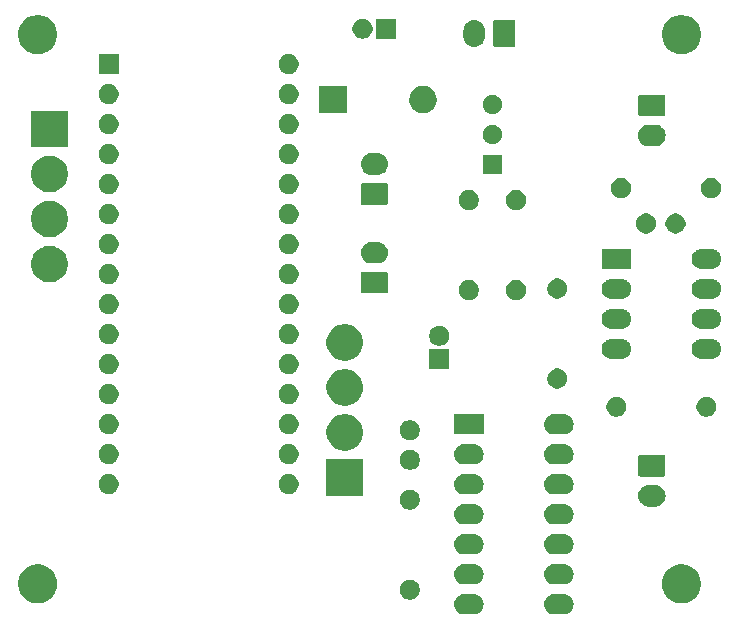
<source format=gbr>
G04 #@! TF.GenerationSoftware,KiCad,Pcbnew,5.1.5-52549c5~84~ubuntu18.04.1*
G04 #@! TF.CreationDate,2020-04-09T18:32:52-04:00*
G04 #@! TF.ProjectId,dacarduino,64616361-7264-4756-996e-6f2e6b696361,rev?*
G04 #@! TF.SameCoordinates,Original*
G04 #@! TF.FileFunction,Soldermask,Top*
G04 #@! TF.FilePolarity,Negative*
%FSLAX46Y46*%
G04 Gerber Fmt 4.6, Leading zero omitted, Abs format (unit mm)*
G04 Created by KiCad (PCBNEW 5.1.5-52549c5~84~ubuntu18.04.1) date 2020-04-09 18:32:52*
%MOMM*%
%LPD*%
G04 APERTURE LIST*
%ADD10C,0.100000*%
G04 APERTURE END LIST*
D10*
G36*
X166566823Y-144901313D02*
G01*
X166727242Y-144949976D01*
X166859906Y-145020886D01*
X166875078Y-145028996D01*
X167004659Y-145135341D01*
X167111004Y-145264922D01*
X167111005Y-145264924D01*
X167190024Y-145412758D01*
X167238687Y-145573177D01*
X167255117Y-145740000D01*
X167238687Y-145906823D01*
X167190024Y-146067242D01*
X167119114Y-146199906D01*
X167111004Y-146215078D01*
X167004659Y-146344659D01*
X166875078Y-146451004D01*
X166875076Y-146451005D01*
X166727242Y-146530024D01*
X166566823Y-146578687D01*
X166441804Y-146591000D01*
X165558196Y-146591000D01*
X165433177Y-146578687D01*
X165272758Y-146530024D01*
X165124924Y-146451005D01*
X165124922Y-146451004D01*
X164995341Y-146344659D01*
X164888996Y-146215078D01*
X164880886Y-146199906D01*
X164809976Y-146067242D01*
X164761313Y-145906823D01*
X164744883Y-145740000D01*
X164761313Y-145573177D01*
X164809976Y-145412758D01*
X164888995Y-145264924D01*
X164888996Y-145264922D01*
X164995341Y-145135341D01*
X165124922Y-145028996D01*
X165140094Y-145020886D01*
X165272758Y-144949976D01*
X165433177Y-144901313D01*
X165558196Y-144889000D01*
X166441804Y-144889000D01*
X166566823Y-144901313D01*
G37*
G36*
X174186823Y-144901313D02*
G01*
X174347242Y-144949976D01*
X174479906Y-145020886D01*
X174495078Y-145028996D01*
X174624659Y-145135341D01*
X174731004Y-145264922D01*
X174731005Y-145264924D01*
X174810024Y-145412758D01*
X174858687Y-145573177D01*
X174875117Y-145740000D01*
X174858687Y-145906823D01*
X174810024Y-146067242D01*
X174739114Y-146199906D01*
X174731004Y-146215078D01*
X174624659Y-146344659D01*
X174495078Y-146451004D01*
X174495076Y-146451005D01*
X174347242Y-146530024D01*
X174186823Y-146578687D01*
X174061804Y-146591000D01*
X173178196Y-146591000D01*
X173053177Y-146578687D01*
X172892758Y-146530024D01*
X172744924Y-146451005D01*
X172744922Y-146451004D01*
X172615341Y-146344659D01*
X172508996Y-146215078D01*
X172500886Y-146199906D01*
X172429976Y-146067242D01*
X172381313Y-145906823D01*
X172364883Y-145740000D01*
X172381313Y-145573177D01*
X172429976Y-145412758D01*
X172508995Y-145264924D01*
X172508996Y-145264922D01*
X172615341Y-145135341D01*
X172744922Y-145028996D01*
X172760094Y-145020886D01*
X172892758Y-144949976D01*
X173053177Y-144901313D01*
X173178196Y-144889000D01*
X174061804Y-144889000D01*
X174186823Y-144901313D01*
G37*
G36*
X184375256Y-142391298D02*
G01*
X184481579Y-142412447D01*
X184782042Y-142536903D01*
X185052451Y-142717585D01*
X185282415Y-142947549D01*
X185463097Y-143217958D01*
X185587553Y-143518421D01*
X185608702Y-143624744D01*
X185651000Y-143837389D01*
X185651000Y-144162611D01*
X185608702Y-144375256D01*
X185587553Y-144481579D01*
X185463097Y-144782042D01*
X185282415Y-145052451D01*
X185052451Y-145282415D01*
X184782042Y-145463097D01*
X184481579Y-145587553D01*
X184375256Y-145608702D01*
X184162611Y-145651000D01*
X183837389Y-145651000D01*
X183624744Y-145608702D01*
X183518421Y-145587553D01*
X183217958Y-145463097D01*
X182947549Y-145282415D01*
X182717585Y-145052451D01*
X182536903Y-144782042D01*
X182412447Y-144481579D01*
X182391298Y-144375256D01*
X182349000Y-144162611D01*
X182349000Y-143837389D01*
X182391298Y-143624744D01*
X182412447Y-143518421D01*
X182536903Y-143217958D01*
X182717585Y-142947549D01*
X182947549Y-142717585D01*
X183217958Y-142536903D01*
X183518421Y-142412447D01*
X183624744Y-142391298D01*
X183837389Y-142349000D01*
X184162611Y-142349000D01*
X184375256Y-142391298D01*
G37*
G36*
X129875256Y-142391298D02*
G01*
X129981579Y-142412447D01*
X130282042Y-142536903D01*
X130552451Y-142717585D01*
X130782415Y-142947549D01*
X130963097Y-143217958D01*
X131087553Y-143518421D01*
X131108702Y-143624744D01*
X131151000Y-143837389D01*
X131151000Y-144162611D01*
X131108702Y-144375256D01*
X131087553Y-144481579D01*
X130963097Y-144782042D01*
X130782415Y-145052451D01*
X130552451Y-145282415D01*
X130282042Y-145463097D01*
X129981579Y-145587553D01*
X129875256Y-145608702D01*
X129662611Y-145651000D01*
X129337389Y-145651000D01*
X129124744Y-145608702D01*
X129018421Y-145587553D01*
X128717958Y-145463097D01*
X128447549Y-145282415D01*
X128217585Y-145052451D01*
X128036903Y-144782042D01*
X127912447Y-144481579D01*
X127891298Y-144375256D01*
X127849000Y-144162611D01*
X127849000Y-143837389D01*
X127891298Y-143624744D01*
X127912447Y-143518421D01*
X128036903Y-143217958D01*
X128217585Y-142947549D01*
X128447549Y-142717585D01*
X128717958Y-142536903D01*
X129018421Y-142412447D01*
X129124744Y-142391298D01*
X129337389Y-142349000D01*
X129662611Y-142349000D01*
X129875256Y-142391298D01*
G37*
G36*
X161248228Y-143681703D02*
G01*
X161403100Y-143745853D01*
X161542481Y-143838985D01*
X161661015Y-143957519D01*
X161754147Y-144096900D01*
X161818297Y-144251772D01*
X161851000Y-144416184D01*
X161851000Y-144583816D01*
X161818297Y-144748228D01*
X161754147Y-144903100D01*
X161661015Y-145042481D01*
X161542481Y-145161015D01*
X161403100Y-145254147D01*
X161248228Y-145318297D01*
X161083816Y-145351000D01*
X160916184Y-145351000D01*
X160751772Y-145318297D01*
X160596900Y-145254147D01*
X160457519Y-145161015D01*
X160338985Y-145042481D01*
X160245853Y-144903100D01*
X160181703Y-144748228D01*
X160149000Y-144583816D01*
X160149000Y-144416184D01*
X160181703Y-144251772D01*
X160245853Y-144096900D01*
X160338985Y-143957519D01*
X160457519Y-143838985D01*
X160596900Y-143745853D01*
X160751772Y-143681703D01*
X160916184Y-143649000D01*
X161083816Y-143649000D01*
X161248228Y-143681703D01*
G37*
G36*
X174186823Y-142361313D02*
G01*
X174347242Y-142409976D01*
X174479906Y-142480886D01*
X174495078Y-142488996D01*
X174624659Y-142595341D01*
X174731004Y-142724922D01*
X174731005Y-142724924D01*
X174810024Y-142872758D01*
X174858687Y-143033177D01*
X174875117Y-143200000D01*
X174858687Y-143366823D01*
X174810024Y-143527242D01*
X174744943Y-143649000D01*
X174731004Y-143675078D01*
X174624659Y-143804659D01*
X174495078Y-143911004D01*
X174495076Y-143911005D01*
X174347242Y-143990024D01*
X174186823Y-144038687D01*
X174061804Y-144051000D01*
X173178196Y-144051000D01*
X173053177Y-144038687D01*
X172892758Y-143990024D01*
X172744924Y-143911005D01*
X172744922Y-143911004D01*
X172615341Y-143804659D01*
X172508996Y-143675078D01*
X172495057Y-143649000D01*
X172429976Y-143527242D01*
X172381313Y-143366823D01*
X172364883Y-143200000D01*
X172381313Y-143033177D01*
X172429976Y-142872758D01*
X172508995Y-142724924D01*
X172508996Y-142724922D01*
X172615341Y-142595341D01*
X172744922Y-142488996D01*
X172760094Y-142480886D01*
X172892758Y-142409976D01*
X173053177Y-142361313D01*
X173178196Y-142349000D01*
X174061804Y-142349000D01*
X174186823Y-142361313D01*
G37*
G36*
X166566823Y-142361313D02*
G01*
X166727242Y-142409976D01*
X166859906Y-142480886D01*
X166875078Y-142488996D01*
X167004659Y-142595341D01*
X167111004Y-142724922D01*
X167111005Y-142724924D01*
X167190024Y-142872758D01*
X167238687Y-143033177D01*
X167255117Y-143200000D01*
X167238687Y-143366823D01*
X167190024Y-143527242D01*
X167124943Y-143649000D01*
X167111004Y-143675078D01*
X167004659Y-143804659D01*
X166875078Y-143911004D01*
X166875076Y-143911005D01*
X166727242Y-143990024D01*
X166566823Y-144038687D01*
X166441804Y-144051000D01*
X165558196Y-144051000D01*
X165433177Y-144038687D01*
X165272758Y-143990024D01*
X165124924Y-143911005D01*
X165124922Y-143911004D01*
X164995341Y-143804659D01*
X164888996Y-143675078D01*
X164875057Y-143649000D01*
X164809976Y-143527242D01*
X164761313Y-143366823D01*
X164744883Y-143200000D01*
X164761313Y-143033177D01*
X164809976Y-142872758D01*
X164888995Y-142724924D01*
X164888996Y-142724922D01*
X164995341Y-142595341D01*
X165124922Y-142488996D01*
X165140094Y-142480886D01*
X165272758Y-142409976D01*
X165433177Y-142361313D01*
X165558196Y-142349000D01*
X166441804Y-142349000D01*
X166566823Y-142361313D01*
G37*
G36*
X174186823Y-139821313D02*
G01*
X174347242Y-139869976D01*
X174479906Y-139940886D01*
X174495078Y-139948996D01*
X174624659Y-140055341D01*
X174731004Y-140184922D01*
X174731005Y-140184924D01*
X174810024Y-140332758D01*
X174858687Y-140493177D01*
X174875117Y-140660000D01*
X174858687Y-140826823D01*
X174810024Y-140987242D01*
X174739114Y-141119906D01*
X174731004Y-141135078D01*
X174624659Y-141264659D01*
X174495078Y-141371004D01*
X174495076Y-141371005D01*
X174347242Y-141450024D01*
X174186823Y-141498687D01*
X174061804Y-141511000D01*
X173178196Y-141511000D01*
X173053177Y-141498687D01*
X172892758Y-141450024D01*
X172744924Y-141371005D01*
X172744922Y-141371004D01*
X172615341Y-141264659D01*
X172508996Y-141135078D01*
X172500886Y-141119906D01*
X172429976Y-140987242D01*
X172381313Y-140826823D01*
X172364883Y-140660000D01*
X172381313Y-140493177D01*
X172429976Y-140332758D01*
X172508995Y-140184924D01*
X172508996Y-140184922D01*
X172615341Y-140055341D01*
X172744922Y-139948996D01*
X172760094Y-139940886D01*
X172892758Y-139869976D01*
X173053177Y-139821313D01*
X173178196Y-139809000D01*
X174061804Y-139809000D01*
X174186823Y-139821313D01*
G37*
G36*
X166566823Y-139821313D02*
G01*
X166727242Y-139869976D01*
X166859906Y-139940886D01*
X166875078Y-139948996D01*
X167004659Y-140055341D01*
X167111004Y-140184922D01*
X167111005Y-140184924D01*
X167190024Y-140332758D01*
X167238687Y-140493177D01*
X167255117Y-140660000D01*
X167238687Y-140826823D01*
X167190024Y-140987242D01*
X167119114Y-141119906D01*
X167111004Y-141135078D01*
X167004659Y-141264659D01*
X166875078Y-141371004D01*
X166875076Y-141371005D01*
X166727242Y-141450024D01*
X166566823Y-141498687D01*
X166441804Y-141511000D01*
X165558196Y-141511000D01*
X165433177Y-141498687D01*
X165272758Y-141450024D01*
X165124924Y-141371005D01*
X165124922Y-141371004D01*
X164995341Y-141264659D01*
X164888996Y-141135078D01*
X164880886Y-141119906D01*
X164809976Y-140987242D01*
X164761313Y-140826823D01*
X164744883Y-140660000D01*
X164761313Y-140493177D01*
X164809976Y-140332758D01*
X164888995Y-140184924D01*
X164888996Y-140184922D01*
X164995341Y-140055341D01*
X165124922Y-139948996D01*
X165140094Y-139940886D01*
X165272758Y-139869976D01*
X165433177Y-139821313D01*
X165558196Y-139809000D01*
X166441804Y-139809000D01*
X166566823Y-139821313D01*
G37*
G36*
X174186823Y-137281313D02*
G01*
X174347242Y-137329976D01*
X174468910Y-137395009D01*
X174495078Y-137408996D01*
X174624659Y-137515341D01*
X174731004Y-137644922D01*
X174731005Y-137644924D01*
X174810024Y-137792758D01*
X174858687Y-137953177D01*
X174875117Y-138120000D01*
X174858687Y-138286823D01*
X174810024Y-138447242D01*
X174739114Y-138579906D01*
X174731004Y-138595078D01*
X174624659Y-138724659D01*
X174495078Y-138831004D01*
X174495076Y-138831005D01*
X174347242Y-138910024D01*
X174186823Y-138958687D01*
X174061804Y-138971000D01*
X173178196Y-138971000D01*
X173053177Y-138958687D01*
X172892758Y-138910024D01*
X172744924Y-138831005D01*
X172744922Y-138831004D01*
X172615341Y-138724659D01*
X172508996Y-138595078D01*
X172500886Y-138579906D01*
X172429976Y-138447242D01*
X172381313Y-138286823D01*
X172364883Y-138120000D01*
X172381313Y-137953177D01*
X172429976Y-137792758D01*
X172508995Y-137644924D01*
X172508996Y-137644922D01*
X172615341Y-137515341D01*
X172744922Y-137408996D01*
X172771090Y-137395009D01*
X172892758Y-137329976D01*
X173053177Y-137281313D01*
X173178196Y-137269000D01*
X174061804Y-137269000D01*
X174186823Y-137281313D01*
G37*
G36*
X166566823Y-137281313D02*
G01*
X166727242Y-137329976D01*
X166848910Y-137395009D01*
X166875078Y-137408996D01*
X167004659Y-137515341D01*
X167111004Y-137644922D01*
X167111005Y-137644924D01*
X167190024Y-137792758D01*
X167238687Y-137953177D01*
X167255117Y-138120000D01*
X167238687Y-138286823D01*
X167190024Y-138447242D01*
X167119114Y-138579906D01*
X167111004Y-138595078D01*
X167004659Y-138724659D01*
X166875078Y-138831004D01*
X166875076Y-138831005D01*
X166727242Y-138910024D01*
X166566823Y-138958687D01*
X166441804Y-138971000D01*
X165558196Y-138971000D01*
X165433177Y-138958687D01*
X165272758Y-138910024D01*
X165124924Y-138831005D01*
X165124922Y-138831004D01*
X164995341Y-138724659D01*
X164888996Y-138595078D01*
X164880886Y-138579906D01*
X164809976Y-138447242D01*
X164761313Y-138286823D01*
X164744883Y-138120000D01*
X164761313Y-137953177D01*
X164809976Y-137792758D01*
X164888995Y-137644924D01*
X164888996Y-137644922D01*
X164995341Y-137515341D01*
X165124922Y-137408996D01*
X165151090Y-137395009D01*
X165272758Y-137329976D01*
X165433177Y-137281313D01*
X165558196Y-137269000D01*
X166441804Y-137269000D01*
X166566823Y-137281313D01*
G37*
G36*
X161248228Y-136061703D02*
G01*
X161403100Y-136125853D01*
X161542481Y-136218985D01*
X161661015Y-136337519D01*
X161754147Y-136476900D01*
X161818297Y-136631772D01*
X161851000Y-136796184D01*
X161851000Y-136963816D01*
X161818297Y-137128228D01*
X161754147Y-137283100D01*
X161661015Y-137422481D01*
X161542481Y-137541015D01*
X161403100Y-137634147D01*
X161248228Y-137698297D01*
X161083816Y-137731000D01*
X160916184Y-137731000D01*
X160751772Y-137698297D01*
X160596900Y-137634147D01*
X160457519Y-137541015D01*
X160338985Y-137422481D01*
X160245853Y-137283100D01*
X160181703Y-137128228D01*
X160149000Y-136963816D01*
X160149000Y-136796184D01*
X160181703Y-136631772D01*
X160245853Y-136476900D01*
X160338985Y-136337519D01*
X160457519Y-136218985D01*
X160596900Y-136125853D01*
X160751772Y-136061703D01*
X160916184Y-136029000D01*
X161083816Y-136029000D01*
X161248228Y-136061703D01*
G37*
G36*
X181820345Y-135623442D02*
G01*
X181910548Y-135632326D01*
X182084157Y-135684990D01*
X182244156Y-135770511D01*
X182287729Y-135806271D01*
X182384397Y-135885603D01*
X182447996Y-135963100D01*
X182499489Y-136025844D01*
X182585010Y-136185843D01*
X182637674Y-136359452D01*
X182655456Y-136540000D01*
X182637674Y-136720548D01*
X182585010Y-136894157D01*
X182499489Y-137054156D01*
X182463729Y-137097729D01*
X182384397Y-137194397D01*
X182293492Y-137269000D01*
X182244156Y-137309489D01*
X182084157Y-137395010D01*
X181910548Y-137447674D01*
X181820345Y-137456558D01*
X181775245Y-137461000D01*
X181224755Y-137461000D01*
X181179655Y-137456558D01*
X181089452Y-137447674D01*
X180915843Y-137395010D01*
X180755844Y-137309489D01*
X180706508Y-137269000D01*
X180615603Y-137194397D01*
X180536271Y-137097729D01*
X180500511Y-137054156D01*
X180414990Y-136894157D01*
X180362326Y-136720548D01*
X180344544Y-136540000D01*
X180362326Y-136359452D01*
X180414990Y-136185843D01*
X180500511Y-136025844D01*
X180552004Y-135963100D01*
X180615603Y-135885603D01*
X180712271Y-135806271D01*
X180755844Y-135770511D01*
X180915843Y-135684990D01*
X181089452Y-135632326D01*
X181179655Y-135623442D01*
X181224755Y-135619000D01*
X181775245Y-135619000D01*
X181820345Y-135623442D01*
G37*
G36*
X157050870Y-136550870D02*
G01*
X153949130Y-136550870D01*
X153949130Y-133449130D01*
X157050870Y-133449130D01*
X157050870Y-136550870D01*
G37*
G36*
X174186823Y-134741313D02*
G01*
X174347242Y-134789976D01*
X174445754Y-134842632D01*
X174495078Y-134868996D01*
X174624659Y-134975341D01*
X174731004Y-135104922D01*
X174731005Y-135104924D01*
X174810024Y-135252758D01*
X174858687Y-135413177D01*
X174875117Y-135580000D01*
X174858687Y-135746823D01*
X174810024Y-135907242D01*
X174780169Y-135963097D01*
X174731004Y-136055078D01*
X174624659Y-136184659D01*
X174495078Y-136291004D01*
X174495076Y-136291005D01*
X174347242Y-136370024D01*
X174186823Y-136418687D01*
X174061804Y-136431000D01*
X173178196Y-136431000D01*
X173053177Y-136418687D01*
X172892758Y-136370024D01*
X172744924Y-136291005D01*
X172744922Y-136291004D01*
X172615341Y-136184659D01*
X172508996Y-136055078D01*
X172459831Y-135963097D01*
X172429976Y-135907242D01*
X172381313Y-135746823D01*
X172364883Y-135580000D01*
X172381313Y-135413177D01*
X172429976Y-135252758D01*
X172508995Y-135104924D01*
X172508996Y-135104922D01*
X172615341Y-134975341D01*
X172744922Y-134868996D01*
X172794246Y-134842632D01*
X172892758Y-134789976D01*
X173053177Y-134741313D01*
X173178196Y-134729000D01*
X174061804Y-134729000D01*
X174186823Y-134741313D01*
G37*
G36*
X166566823Y-134741313D02*
G01*
X166727242Y-134789976D01*
X166825754Y-134842632D01*
X166875078Y-134868996D01*
X167004659Y-134975341D01*
X167111004Y-135104922D01*
X167111005Y-135104924D01*
X167190024Y-135252758D01*
X167238687Y-135413177D01*
X167255117Y-135580000D01*
X167238687Y-135746823D01*
X167190024Y-135907242D01*
X167160169Y-135963097D01*
X167111004Y-136055078D01*
X167004659Y-136184659D01*
X166875078Y-136291004D01*
X166875076Y-136291005D01*
X166727242Y-136370024D01*
X166566823Y-136418687D01*
X166441804Y-136431000D01*
X165558196Y-136431000D01*
X165433177Y-136418687D01*
X165272758Y-136370024D01*
X165124924Y-136291005D01*
X165124922Y-136291004D01*
X164995341Y-136184659D01*
X164888996Y-136055078D01*
X164839831Y-135963097D01*
X164809976Y-135907242D01*
X164761313Y-135746823D01*
X164744883Y-135580000D01*
X164761313Y-135413177D01*
X164809976Y-135252758D01*
X164888995Y-135104924D01*
X164888996Y-135104922D01*
X164995341Y-134975341D01*
X165124922Y-134868996D01*
X165174246Y-134842632D01*
X165272758Y-134789976D01*
X165433177Y-134741313D01*
X165558196Y-134729000D01*
X166441804Y-134729000D01*
X166566823Y-134741313D01*
G37*
G36*
X150988228Y-134741703D02*
G01*
X151143100Y-134805853D01*
X151282481Y-134898985D01*
X151401015Y-135017519D01*
X151494147Y-135156900D01*
X151558297Y-135311772D01*
X151591000Y-135476184D01*
X151591000Y-135643816D01*
X151558297Y-135808228D01*
X151494147Y-135963100D01*
X151401015Y-136102481D01*
X151282481Y-136221015D01*
X151143100Y-136314147D01*
X150988228Y-136378297D01*
X150823816Y-136411000D01*
X150656184Y-136411000D01*
X150491772Y-136378297D01*
X150336900Y-136314147D01*
X150197519Y-136221015D01*
X150078985Y-136102481D01*
X149985853Y-135963100D01*
X149921703Y-135808228D01*
X149889000Y-135643816D01*
X149889000Y-135476184D01*
X149921703Y-135311772D01*
X149985853Y-135156900D01*
X150078985Y-135017519D01*
X150197519Y-134898985D01*
X150336900Y-134805853D01*
X150491772Y-134741703D01*
X150656184Y-134709000D01*
X150823816Y-134709000D01*
X150988228Y-134741703D01*
G37*
G36*
X135748228Y-134741703D02*
G01*
X135903100Y-134805853D01*
X136042481Y-134898985D01*
X136161015Y-135017519D01*
X136254147Y-135156900D01*
X136318297Y-135311772D01*
X136351000Y-135476184D01*
X136351000Y-135643816D01*
X136318297Y-135808228D01*
X136254147Y-135963100D01*
X136161015Y-136102481D01*
X136042481Y-136221015D01*
X135903100Y-136314147D01*
X135748228Y-136378297D01*
X135583816Y-136411000D01*
X135416184Y-136411000D01*
X135251772Y-136378297D01*
X135096900Y-136314147D01*
X134957519Y-136221015D01*
X134838985Y-136102481D01*
X134745853Y-135963100D01*
X134681703Y-135808228D01*
X134649000Y-135643816D01*
X134649000Y-135476184D01*
X134681703Y-135311772D01*
X134745853Y-135156900D01*
X134838985Y-135017519D01*
X134957519Y-134898985D01*
X135096900Y-134805853D01*
X135251772Y-134741703D01*
X135416184Y-134709000D01*
X135583816Y-134709000D01*
X135748228Y-134741703D01*
G37*
G36*
X182509561Y-133082966D02*
G01*
X182542383Y-133092923D01*
X182572632Y-133109092D01*
X182599148Y-133130852D01*
X182620908Y-133157368D01*
X182637077Y-133187617D01*
X182647034Y-133220439D01*
X182651000Y-133260713D01*
X182651000Y-134739287D01*
X182647034Y-134779561D01*
X182637077Y-134812383D01*
X182620908Y-134842632D01*
X182599148Y-134869148D01*
X182572632Y-134890908D01*
X182542383Y-134907077D01*
X182509561Y-134917034D01*
X182469287Y-134921000D01*
X180530713Y-134921000D01*
X180490439Y-134917034D01*
X180457617Y-134907077D01*
X180427368Y-134890908D01*
X180400852Y-134869148D01*
X180379092Y-134842632D01*
X180362923Y-134812383D01*
X180352966Y-134779561D01*
X180349000Y-134739287D01*
X180349000Y-133260713D01*
X180352966Y-133220439D01*
X180362923Y-133187617D01*
X180379092Y-133157368D01*
X180400852Y-133130852D01*
X180427368Y-133109092D01*
X180457617Y-133092923D01*
X180490439Y-133082966D01*
X180530713Y-133079000D01*
X182469287Y-133079000D01*
X182509561Y-133082966D01*
G37*
G36*
X161248228Y-132681703D02*
G01*
X161403100Y-132745853D01*
X161542481Y-132838985D01*
X161661015Y-132957519D01*
X161754147Y-133096900D01*
X161818297Y-133251772D01*
X161851000Y-133416184D01*
X161851000Y-133583816D01*
X161818297Y-133748228D01*
X161754147Y-133903100D01*
X161661015Y-134042481D01*
X161542481Y-134161015D01*
X161403100Y-134254147D01*
X161248228Y-134318297D01*
X161083816Y-134351000D01*
X160916184Y-134351000D01*
X160751772Y-134318297D01*
X160596900Y-134254147D01*
X160457519Y-134161015D01*
X160338985Y-134042481D01*
X160245853Y-133903100D01*
X160181703Y-133748228D01*
X160149000Y-133583816D01*
X160149000Y-133416184D01*
X160181703Y-133251772D01*
X160245853Y-133096900D01*
X160338985Y-132957519D01*
X160457519Y-132838985D01*
X160596900Y-132745853D01*
X160751772Y-132681703D01*
X160916184Y-132649000D01*
X161083816Y-132649000D01*
X161248228Y-132681703D01*
G37*
G36*
X174186823Y-132201313D02*
G01*
X174347242Y-132249976D01*
X174479906Y-132320886D01*
X174495078Y-132328996D01*
X174624659Y-132435341D01*
X174731004Y-132564922D01*
X174731005Y-132564924D01*
X174810024Y-132712758D01*
X174858687Y-132873177D01*
X174875117Y-133040000D01*
X174858687Y-133206823D01*
X174810024Y-133367242D01*
X174783864Y-133416184D01*
X174731004Y-133515078D01*
X174624659Y-133644659D01*
X174495078Y-133751004D01*
X174495076Y-133751005D01*
X174347242Y-133830024D01*
X174186823Y-133878687D01*
X174061804Y-133891000D01*
X173178196Y-133891000D01*
X173053177Y-133878687D01*
X172892758Y-133830024D01*
X172744924Y-133751005D01*
X172744922Y-133751004D01*
X172615341Y-133644659D01*
X172508996Y-133515078D01*
X172456136Y-133416184D01*
X172429976Y-133367242D01*
X172381313Y-133206823D01*
X172364883Y-133040000D01*
X172381313Y-132873177D01*
X172429976Y-132712758D01*
X172508995Y-132564924D01*
X172508996Y-132564922D01*
X172615341Y-132435341D01*
X172744922Y-132328996D01*
X172760094Y-132320886D01*
X172892758Y-132249976D01*
X173053177Y-132201313D01*
X173178196Y-132189000D01*
X174061804Y-132189000D01*
X174186823Y-132201313D01*
G37*
G36*
X166566823Y-132201313D02*
G01*
X166727242Y-132249976D01*
X166859906Y-132320886D01*
X166875078Y-132328996D01*
X167004659Y-132435341D01*
X167111004Y-132564922D01*
X167111005Y-132564924D01*
X167190024Y-132712758D01*
X167238687Y-132873177D01*
X167255117Y-133040000D01*
X167238687Y-133206823D01*
X167190024Y-133367242D01*
X167163864Y-133416184D01*
X167111004Y-133515078D01*
X167004659Y-133644659D01*
X166875078Y-133751004D01*
X166875076Y-133751005D01*
X166727242Y-133830024D01*
X166566823Y-133878687D01*
X166441804Y-133891000D01*
X165558196Y-133891000D01*
X165433177Y-133878687D01*
X165272758Y-133830024D01*
X165124924Y-133751005D01*
X165124922Y-133751004D01*
X164995341Y-133644659D01*
X164888996Y-133515078D01*
X164836136Y-133416184D01*
X164809976Y-133367242D01*
X164761313Y-133206823D01*
X164744883Y-133040000D01*
X164761313Y-132873177D01*
X164809976Y-132712758D01*
X164888995Y-132564924D01*
X164888996Y-132564922D01*
X164995341Y-132435341D01*
X165124922Y-132328996D01*
X165140094Y-132320886D01*
X165272758Y-132249976D01*
X165433177Y-132201313D01*
X165558196Y-132189000D01*
X166441804Y-132189000D01*
X166566823Y-132201313D01*
G37*
G36*
X135748228Y-132201703D02*
G01*
X135903100Y-132265853D01*
X136042481Y-132358985D01*
X136161015Y-132477519D01*
X136254147Y-132616900D01*
X136318297Y-132771772D01*
X136351000Y-132936184D01*
X136351000Y-133103816D01*
X136318297Y-133268228D01*
X136254147Y-133423100D01*
X136161015Y-133562481D01*
X136042481Y-133681015D01*
X135903100Y-133774147D01*
X135748228Y-133838297D01*
X135583816Y-133871000D01*
X135416184Y-133871000D01*
X135251772Y-133838297D01*
X135096900Y-133774147D01*
X134957519Y-133681015D01*
X134838985Y-133562481D01*
X134745853Y-133423100D01*
X134681703Y-133268228D01*
X134649000Y-133103816D01*
X134649000Y-132936184D01*
X134681703Y-132771772D01*
X134745853Y-132616900D01*
X134838985Y-132477519D01*
X134957519Y-132358985D01*
X135096900Y-132265853D01*
X135251772Y-132201703D01*
X135416184Y-132169000D01*
X135583816Y-132169000D01*
X135748228Y-132201703D01*
G37*
G36*
X150988228Y-132201703D02*
G01*
X151143100Y-132265853D01*
X151282481Y-132358985D01*
X151401015Y-132477519D01*
X151494147Y-132616900D01*
X151558297Y-132771772D01*
X151591000Y-132936184D01*
X151591000Y-133103816D01*
X151558297Y-133268228D01*
X151494147Y-133423100D01*
X151401015Y-133562481D01*
X151282481Y-133681015D01*
X151143100Y-133774147D01*
X150988228Y-133838297D01*
X150823816Y-133871000D01*
X150656184Y-133871000D01*
X150491772Y-133838297D01*
X150336900Y-133774147D01*
X150197519Y-133681015D01*
X150078985Y-133562481D01*
X149985853Y-133423100D01*
X149921703Y-133268228D01*
X149889000Y-133103816D01*
X149889000Y-132936184D01*
X149921703Y-132771772D01*
X149985853Y-132616900D01*
X150078985Y-132477519D01*
X150197519Y-132358985D01*
X150336900Y-132265853D01*
X150491772Y-132201703D01*
X150656184Y-132169000D01*
X150823816Y-132169000D01*
X150988228Y-132201703D01*
G37*
G36*
X155852497Y-129678863D02*
G01*
X155952372Y-129698729D01*
X156069279Y-129747154D01*
X156234611Y-129815636D01*
X156488621Y-129985360D01*
X156704640Y-130201379D01*
X156874364Y-130455389D01*
X156932979Y-130596900D01*
X156987378Y-130728229D01*
X156991271Y-130737629D01*
X157050870Y-131037251D01*
X157050870Y-131342749D01*
X157038866Y-131403097D01*
X156991271Y-131642372D01*
X156944972Y-131754147D01*
X156874364Y-131924611D01*
X156704640Y-132178621D01*
X156488621Y-132394640D01*
X156234611Y-132564364D01*
X156107777Y-132616900D01*
X155952372Y-132681271D01*
X155852497Y-132701137D01*
X155652749Y-132740870D01*
X155347251Y-132740870D01*
X155147503Y-132701137D01*
X155047628Y-132681271D01*
X154892223Y-132616900D01*
X154765389Y-132564364D01*
X154511379Y-132394640D01*
X154295360Y-132178621D01*
X154125636Y-131924611D01*
X154055028Y-131754147D01*
X154008729Y-131642372D01*
X153961134Y-131403097D01*
X153949130Y-131342749D01*
X153949130Y-131037251D01*
X154008729Y-130737629D01*
X154012623Y-130728229D01*
X154067021Y-130596900D01*
X154125636Y-130455389D01*
X154295360Y-130201379D01*
X154511379Y-129985360D01*
X154765389Y-129815636D01*
X154930721Y-129747154D01*
X155047628Y-129698729D01*
X155147503Y-129678863D01*
X155347251Y-129639130D01*
X155652749Y-129639130D01*
X155852497Y-129678863D01*
G37*
G36*
X161248228Y-130181703D02*
G01*
X161403100Y-130245853D01*
X161542481Y-130338985D01*
X161661015Y-130457519D01*
X161754147Y-130596900D01*
X161818297Y-130751772D01*
X161851000Y-130916184D01*
X161851000Y-131083816D01*
X161818297Y-131248228D01*
X161754147Y-131403100D01*
X161661015Y-131542481D01*
X161542481Y-131661015D01*
X161403100Y-131754147D01*
X161248228Y-131818297D01*
X161083816Y-131851000D01*
X160916184Y-131851000D01*
X160751772Y-131818297D01*
X160596900Y-131754147D01*
X160457519Y-131661015D01*
X160338985Y-131542481D01*
X160245853Y-131403100D01*
X160181703Y-131248228D01*
X160149000Y-131083816D01*
X160149000Y-130916184D01*
X160181703Y-130751772D01*
X160245853Y-130596900D01*
X160338985Y-130457519D01*
X160457519Y-130338985D01*
X160596900Y-130245853D01*
X160751772Y-130181703D01*
X160916184Y-130149000D01*
X161083816Y-130149000D01*
X161248228Y-130181703D01*
G37*
G36*
X167251000Y-131351000D02*
G01*
X164749000Y-131351000D01*
X164749000Y-129649000D01*
X167251000Y-129649000D01*
X167251000Y-131351000D01*
G37*
G36*
X174186823Y-129661313D02*
G01*
X174347242Y-129709976D01*
X174479906Y-129780886D01*
X174495078Y-129788996D01*
X174624659Y-129895341D01*
X174731004Y-130024922D01*
X174731005Y-130024924D01*
X174810024Y-130172758D01*
X174810025Y-130172761D01*
X174812738Y-130181705D01*
X174858687Y-130333177D01*
X174875117Y-130500000D01*
X174858687Y-130666823D01*
X174810024Y-130827242D01*
X174780169Y-130883097D01*
X174731004Y-130975078D01*
X174624659Y-131104659D01*
X174495078Y-131211004D01*
X174495076Y-131211005D01*
X174347242Y-131290024D01*
X174186823Y-131338687D01*
X174061804Y-131351000D01*
X173178196Y-131351000D01*
X173053177Y-131338687D01*
X172892758Y-131290024D01*
X172744924Y-131211005D01*
X172744922Y-131211004D01*
X172615341Y-131104659D01*
X172508996Y-130975078D01*
X172459831Y-130883097D01*
X172429976Y-130827242D01*
X172381313Y-130666823D01*
X172364883Y-130500000D01*
X172381313Y-130333177D01*
X172427262Y-130181705D01*
X172429975Y-130172761D01*
X172429976Y-130172758D01*
X172508995Y-130024924D01*
X172508996Y-130024922D01*
X172615341Y-129895341D01*
X172744922Y-129788996D01*
X172760094Y-129780886D01*
X172892758Y-129709976D01*
X173053177Y-129661313D01*
X173178196Y-129649000D01*
X174061804Y-129649000D01*
X174186823Y-129661313D01*
G37*
G36*
X150988228Y-129661703D02*
G01*
X151143100Y-129725853D01*
X151282481Y-129818985D01*
X151401015Y-129937519D01*
X151494147Y-130076900D01*
X151558297Y-130231772D01*
X151591000Y-130396184D01*
X151591000Y-130563816D01*
X151558297Y-130728228D01*
X151494147Y-130883100D01*
X151401015Y-131022481D01*
X151282481Y-131141015D01*
X151143100Y-131234147D01*
X150988228Y-131298297D01*
X150823816Y-131331000D01*
X150656184Y-131331000D01*
X150491772Y-131298297D01*
X150336900Y-131234147D01*
X150197519Y-131141015D01*
X150078985Y-131022481D01*
X149985853Y-130883100D01*
X149921703Y-130728228D01*
X149889000Y-130563816D01*
X149889000Y-130396184D01*
X149921703Y-130231772D01*
X149985853Y-130076900D01*
X150078985Y-129937519D01*
X150197519Y-129818985D01*
X150336900Y-129725853D01*
X150491772Y-129661703D01*
X150656184Y-129629000D01*
X150823816Y-129629000D01*
X150988228Y-129661703D01*
G37*
G36*
X135748228Y-129661703D02*
G01*
X135903100Y-129725853D01*
X136042481Y-129818985D01*
X136161015Y-129937519D01*
X136254147Y-130076900D01*
X136318297Y-130231772D01*
X136351000Y-130396184D01*
X136351000Y-130563816D01*
X136318297Y-130728228D01*
X136254147Y-130883100D01*
X136161015Y-131022481D01*
X136042481Y-131141015D01*
X135903100Y-131234147D01*
X135748228Y-131298297D01*
X135583816Y-131331000D01*
X135416184Y-131331000D01*
X135251772Y-131298297D01*
X135096900Y-131234147D01*
X134957519Y-131141015D01*
X134838985Y-131022481D01*
X134745853Y-130883100D01*
X134681703Y-130728228D01*
X134649000Y-130563816D01*
X134649000Y-130396184D01*
X134681703Y-130231772D01*
X134745853Y-130076900D01*
X134838985Y-129937519D01*
X134957519Y-129818985D01*
X135096900Y-129725853D01*
X135251772Y-129661703D01*
X135416184Y-129629000D01*
X135583816Y-129629000D01*
X135748228Y-129661703D01*
G37*
G36*
X186368228Y-128181703D02*
G01*
X186523100Y-128245853D01*
X186662481Y-128338985D01*
X186781015Y-128457519D01*
X186874147Y-128596900D01*
X186938297Y-128751772D01*
X186971000Y-128916184D01*
X186971000Y-129083816D01*
X186938297Y-129248228D01*
X186874147Y-129403100D01*
X186781015Y-129542481D01*
X186662481Y-129661015D01*
X186523100Y-129754147D01*
X186368228Y-129818297D01*
X186203816Y-129851000D01*
X186036184Y-129851000D01*
X185871772Y-129818297D01*
X185716900Y-129754147D01*
X185577519Y-129661015D01*
X185458985Y-129542481D01*
X185365853Y-129403100D01*
X185301703Y-129248228D01*
X185269000Y-129083816D01*
X185269000Y-128916184D01*
X185301703Y-128751772D01*
X185365853Y-128596900D01*
X185458985Y-128457519D01*
X185577519Y-128338985D01*
X185716900Y-128245853D01*
X185871772Y-128181703D01*
X186036184Y-128149000D01*
X186203816Y-128149000D01*
X186368228Y-128181703D01*
G37*
G36*
X178748228Y-128181703D02*
G01*
X178903100Y-128245853D01*
X179042481Y-128338985D01*
X179161015Y-128457519D01*
X179254147Y-128596900D01*
X179318297Y-128751772D01*
X179351000Y-128916184D01*
X179351000Y-129083816D01*
X179318297Y-129248228D01*
X179254147Y-129403100D01*
X179161015Y-129542481D01*
X179042481Y-129661015D01*
X178903100Y-129754147D01*
X178748228Y-129818297D01*
X178583816Y-129851000D01*
X178416184Y-129851000D01*
X178251772Y-129818297D01*
X178096900Y-129754147D01*
X177957519Y-129661015D01*
X177838985Y-129542481D01*
X177745853Y-129403100D01*
X177681703Y-129248228D01*
X177649000Y-129083816D01*
X177649000Y-128916184D01*
X177681703Y-128751772D01*
X177745853Y-128596900D01*
X177838985Y-128457519D01*
X177957519Y-128338985D01*
X178096900Y-128245853D01*
X178251772Y-128181703D01*
X178416184Y-128149000D01*
X178583816Y-128149000D01*
X178748228Y-128181703D01*
G37*
G36*
X155852497Y-125868863D02*
G01*
X155952372Y-125888729D01*
X156069279Y-125937154D01*
X156234611Y-126005636D01*
X156488621Y-126175360D01*
X156704640Y-126391379D01*
X156874364Y-126645389D01*
X156898565Y-126703816D01*
X156966667Y-126868228D01*
X156991271Y-126927629D01*
X157050870Y-127227251D01*
X157050870Y-127532749D01*
X157019238Y-127691771D01*
X156991271Y-127832372D01*
X156981407Y-127856185D01*
X156874364Y-128114611D01*
X156704640Y-128368621D01*
X156488621Y-128584640D01*
X156234611Y-128754364D01*
X156146163Y-128791000D01*
X155952372Y-128871271D01*
X155852497Y-128891137D01*
X155652749Y-128930870D01*
X155347251Y-128930870D01*
X155147503Y-128891137D01*
X155047628Y-128871271D01*
X154853837Y-128791000D01*
X154765389Y-128754364D01*
X154511379Y-128584640D01*
X154295360Y-128368621D01*
X154125636Y-128114611D01*
X154018593Y-127856185D01*
X154008729Y-127832372D01*
X153980762Y-127691771D01*
X153949130Y-127532749D01*
X153949130Y-127227251D01*
X154008729Y-126927629D01*
X154033334Y-126868228D01*
X154101435Y-126703816D01*
X154125636Y-126645389D01*
X154295360Y-126391379D01*
X154511379Y-126175360D01*
X154765389Y-126005636D01*
X154930721Y-125937154D01*
X155047628Y-125888729D01*
X155147503Y-125868863D01*
X155347251Y-125829130D01*
X155652749Y-125829130D01*
X155852497Y-125868863D01*
G37*
G36*
X150988228Y-127121703D02*
G01*
X151143100Y-127185853D01*
X151282481Y-127278985D01*
X151401015Y-127397519D01*
X151494147Y-127536900D01*
X151558297Y-127691772D01*
X151591000Y-127856184D01*
X151591000Y-128023816D01*
X151558297Y-128188228D01*
X151494147Y-128343100D01*
X151401015Y-128482481D01*
X151282481Y-128601015D01*
X151143100Y-128694147D01*
X150988228Y-128758297D01*
X150823816Y-128791000D01*
X150656184Y-128791000D01*
X150491772Y-128758297D01*
X150336900Y-128694147D01*
X150197519Y-128601015D01*
X150078985Y-128482481D01*
X149985853Y-128343100D01*
X149921703Y-128188228D01*
X149889000Y-128023816D01*
X149889000Y-127856184D01*
X149921703Y-127691772D01*
X149985853Y-127536900D01*
X150078985Y-127397519D01*
X150197519Y-127278985D01*
X150336900Y-127185853D01*
X150491772Y-127121703D01*
X150656184Y-127089000D01*
X150823816Y-127089000D01*
X150988228Y-127121703D01*
G37*
G36*
X135748228Y-127121703D02*
G01*
X135903100Y-127185853D01*
X136042481Y-127278985D01*
X136161015Y-127397519D01*
X136254147Y-127536900D01*
X136318297Y-127691772D01*
X136351000Y-127856184D01*
X136351000Y-128023816D01*
X136318297Y-128188228D01*
X136254147Y-128343100D01*
X136161015Y-128482481D01*
X136042481Y-128601015D01*
X135903100Y-128694147D01*
X135748228Y-128758297D01*
X135583816Y-128791000D01*
X135416184Y-128791000D01*
X135251772Y-128758297D01*
X135096900Y-128694147D01*
X134957519Y-128601015D01*
X134838985Y-128482481D01*
X134745853Y-128343100D01*
X134681703Y-128188228D01*
X134649000Y-128023816D01*
X134649000Y-127856184D01*
X134681703Y-127691772D01*
X134745853Y-127536900D01*
X134838985Y-127397519D01*
X134957519Y-127278985D01*
X135096900Y-127185853D01*
X135251772Y-127121703D01*
X135416184Y-127089000D01*
X135583816Y-127089000D01*
X135748228Y-127121703D01*
G37*
G36*
X173748228Y-125801703D02*
G01*
X173903100Y-125865853D01*
X174042481Y-125958985D01*
X174161015Y-126077519D01*
X174254147Y-126216900D01*
X174318297Y-126371772D01*
X174351000Y-126536184D01*
X174351000Y-126703816D01*
X174318297Y-126868228D01*
X174254147Y-127023100D01*
X174161015Y-127162481D01*
X174042481Y-127281015D01*
X173903100Y-127374147D01*
X173748228Y-127438297D01*
X173583816Y-127471000D01*
X173416184Y-127471000D01*
X173251772Y-127438297D01*
X173096900Y-127374147D01*
X172957519Y-127281015D01*
X172838985Y-127162481D01*
X172745853Y-127023100D01*
X172681703Y-126868228D01*
X172649000Y-126703816D01*
X172649000Y-126536184D01*
X172681703Y-126371772D01*
X172745853Y-126216900D01*
X172838985Y-126077519D01*
X172957519Y-125958985D01*
X173096900Y-125865853D01*
X173251772Y-125801703D01*
X173416184Y-125769000D01*
X173583816Y-125769000D01*
X173748228Y-125801703D01*
G37*
G36*
X150988228Y-124581703D02*
G01*
X151143100Y-124645853D01*
X151282481Y-124738985D01*
X151401015Y-124857519D01*
X151494147Y-124996900D01*
X151558297Y-125151772D01*
X151591000Y-125316184D01*
X151591000Y-125483816D01*
X151558297Y-125648228D01*
X151494147Y-125803100D01*
X151401015Y-125942481D01*
X151282481Y-126061015D01*
X151143100Y-126154147D01*
X150988228Y-126218297D01*
X150823816Y-126251000D01*
X150656184Y-126251000D01*
X150491772Y-126218297D01*
X150336900Y-126154147D01*
X150197519Y-126061015D01*
X150078985Y-125942481D01*
X149985853Y-125803100D01*
X149921703Y-125648228D01*
X149889000Y-125483816D01*
X149889000Y-125316184D01*
X149921703Y-125151772D01*
X149985853Y-124996900D01*
X150078985Y-124857519D01*
X150197519Y-124738985D01*
X150336900Y-124645853D01*
X150491772Y-124581703D01*
X150656184Y-124549000D01*
X150823816Y-124549000D01*
X150988228Y-124581703D01*
G37*
G36*
X135748228Y-124581703D02*
G01*
X135903100Y-124645853D01*
X136042481Y-124738985D01*
X136161015Y-124857519D01*
X136254147Y-124996900D01*
X136318297Y-125151772D01*
X136351000Y-125316184D01*
X136351000Y-125483816D01*
X136318297Y-125648228D01*
X136254147Y-125803100D01*
X136161015Y-125942481D01*
X136042481Y-126061015D01*
X135903100Y-126154147D01*
X135748228Y-126218297D01*
X135583816Y-126251000D01*
X135416184Y-126251000D01*
X135251772Y-126218297D01*
X135096900Y-126154147D01*
X134957519Y-126061015D01*
X134838985Y-125942481D01*
X134745853Y-125803100D01*
X134681703Y-125648228D01*
X134649000Y-125483816D01*
X134649000Y-125316184D01*
X134681703Y-125151772D01*
X134745853Y-124996900D01*
X134838985Y-124857519D01*
X134957519Y-124738985D01*
X135096900Y-124645853D01*
X135251772Y-124581703D01*
X135416184Y-124549000D01*
X135583816Y-124549000D01*
X135748228Y-124581703D01*
G37*
G36*
X164351000Y-125851000D02*
G01*
X162649000Y-125851000D01*
X162649000Y-124149000D01*
X164351000Y-124149000D01*
X164351000Y-125851000D01*
G37*
G36*
X155833460Y-122055076D02*
G01*
X155952372Y-122078729D01*
X156069279Y-122127154D01*
X156234611Y-122195636D01*
X156488621Y-122365360D01*
X156704640Y-122581379D01*
X156874364Y-122835389D01*
X156942846Y-123000721D01*
X156987378Y-123108229D01*
X156991271Y-123117629D01*
X157050870Y-123417251D01*
X157050870Y-123722749D01*
X156991271Y-124022371D01*
X156874364Y-124304611D01*
X156704640Y-124558621D01*
X156488621Y-124774640D01*
X156234611Y-124944364D01*
X156107777Y-124996900D01*
X155952372Y-125061271D01*
X155852497Y-125081137D01*
X155652749Y-125120870D01*
X155347251Y-125120870D01*
X155147503Y-125081137D01*
X155047628Y-125061271D01*
X154892223Y-124996900D01*
X154765389Y-124944364D01*
X154511379Y-124774640D01*
X154295360Y-124558621D01*
X154125636Y-124304611D01*
X154008729Y-124022371D01*
X153949130Y-123722749D01*
X153949130Y-123417251D01*
X154008729Y-123117629D01*
X154012623Y-123108229D01*
X154057154Y-123000721D01*
X154125636Y-122835389D01*
X154295360Y-122581379D01*
X154511379Y-122365360D01*
X154765389Y-122195636D01*
X154930721Y-122127154D01*
X155047628Y-122078729D01*
X155166540Y-122055076D01*
X155347251Y-122019130D01*
X155652749Y-122019130D01*
X155833460Y-122055076D01*
G37*
G36*
X186686823Y-123281313D02*
G01*
X186847242Y-123329976D01*
X186979906Y-123400886D01*
X186995078Y-123408996D01*
X187124659Y-123515341D01*
X187231004Y-123644922D01*
X187231005Y-123644924D01*
X187310024Y-123792758D01*
X187358687Y-123953177D01*
X187375117Y-124120000D01*
X187358687Y-124286823D01*
X187310024Y-124447242D01*
X187255633Y-124549000D01*
X187231004Y-124595078D01*
X187124659Y-124724659D01*
X186995078Y-124831004D01*
X186995076Y-124831005D01*
X186847242Y-124910024D01*
X186686823Y-124958687D01*
X186561804Y-124971000D01*
X185678196Y-124971000D01*
X185553177Y-124958687D01*
X185392758Y-124910024D01*
X185244924Y-124831005D01*
X185244922Y-124831004D01*
X185115341Y-124724659D01*
X185008996Y-124595078D01*
X184984367Y-124549000D01*
X184929976Y-124447242D01*
X184881313Y-124286823D01*
X184864883Y-124120000D01*
X184881313Y-123953177D01*
X184929976Y-123792758D01*
X185008995Y-123644924D01*
X185008996Y-123644922D01*
X185115341Y-123515341D01*
X185244922Y-123408996D01*
X185260094Y-123400886D01*
X185392758Y-123329976D01*
X185553177Y-123281313D01*
X185678196Y-123269000D01*
X186561804Y-123269000D01*
X186686823Y-123281313D01*
G37*
G36*
X179066823Y-123281313D02*
G01*
X179227242Y-123329976D01*
X179359906Y-123400886D01*
X179375078Y-123408996D01*
X179504659Y-123515341D01*
X179611004Y-123644922D01*
X179611005Y-123644924D01*
X179690024Y-123792758D01*
X179738687Y-123953177D01*
X179755117Y-124120000D01*
X179738687Y-124286823D01*
X179690024Y-124447242D01*
X179635633Y-124549000D01*
X179611004Y-124595078D01*
X179504659Y-124724659D01*
X179375078Y-124831004D01*
X179375076Y-124831005D01*
X179227242Y-124910024D01*
X179066823Y-124958687D01*
X178941804Y-124971000D01*
X178058196Y-124971000D01*
X177933177Y-124958687D01*
X177772758Y-124910024D01*
X177624924Y-124831005D01*
X177624922Y-124831004D01*
X177495341Y-124724659D01*
X177388996Y-124595078D01*
X177364367Y-124549000D01*
X177309976Y-124447242D01*
X177261313Y-124286823D01*
X177244883Y-124120000D01*
X177261313Y-123953177D01*
X177309976Y-123792758D01*
X177388995Y-123644924D01*
X177388996Y-123644922D01*
X177495341Y-123515341D01*
X177624922Y-123408996D01*
X177640094Y-123400886D01*
X177772758Y-123329976D01*
X177933177Y-123281313D01*
X178058196Y-123269000D01*
X178941804Y-123269000D01*
X179066823Y-123281313D01*
G37*
G36*
X163748228Y-122181703D02*
G01*
X163903100Y-122245853D01*
X164042481Y-122338985D01*
X164161015Y-122457519D01*
X164254147Y-122596900D01*
X164318297Y-122751772D01*
X164351000Y-122916184D01*
X164351000Y-123083816D01*
X164318297Y-123248228D01*
X164254147Y-123403100D01*
X164161015Y-123542481D01*
X164042481Y-123661015D01*
X163903100Y-123754147D01*
X163748228Y-123818297D01*
X163583816Y-123851000D01*
X163416184Y-123851000D01*
X163251772Y-123818297D01*
X163096900Y-123754147D01*
X162957519Y-123661015D01*
X162838985Y-123542481D01*
X162745853Y-123403100D01*
X162681703Y-123248228D01*
X162649000Y-123083816D01*
X162649000Y-122916184D01*
X162681703Y-122751772D01*
X162745853Y-122596900D01*
X162838985Y-122457519D01*
X162957519Y-122338985D01*
X163096900Y-122245853D01*
X163251772Y-122181703D01*
X163416184Y-122149000D01*
X163583816Y-122149000D01*
X163748228Y-122181703D01*
G37*
G36*
X135748228Y-122041703D02*
G01*
X135903100Y-122105853D01*
X136042481Y-122198985D01*
X136161015Y-122317519D01*
X136254147Y-122456900D01*
X136318297Y-122611772D01*
X136351000Y-122776184D01*
X136351000Y-122943816D01*
X136318297Y-123108228D01*
X136254147Y-123263100D01*
X136161015Y-123402481D01*
X136042481Y-123521015D01*
X135903100Y-123614147D01*
X135748228Y-123678297D01*
X135583816Y-123711000D01*
X135416184Y-123711000D01*
X135251772Y-123678297D01*
X135096900Y-123614147D01*
X134957519Y-123521015D01*
X134838985Y-123402481D01*
X134745853Y-123263100D01*
X134681703Y-123108228D01*
X134649000Y-122943816D01*
X134649000Y-122776184D01*
X134681703Y-122611772D01*
X134745853Y-122456900D01*
X134838985Y-122317519D01*
X134957519Y-122198985D01*
X135096900Y-122105853D01*
X135251772Y-122041703D01*
X135416184Y-122009000D01*
X135583816Y-122009000D01*
X135748228Y-122041703D01*
G37*
G36*
X150988228Y-122041703D02*
G01*
X151143100Y-122105853D01*
X151282481Y-122198985D01*
X151401015Y-122317519D01*
X151494147Y-122456900D01*
X151558297Y-122611772D01*
X151591000Y-122776184D01*
X151591000Y-122943816D01*
X151558297Y-123108228D01*
X151494147Y-123263100D01*
X151401015Y-123402481D01*
X151282481Y-123521015D01*
X151143100Y-123614147D01*
X150988228Y-123678297D01*
X150823816Y-123711000D01*
X150656184Y-123711000D01*
X150491772Y-123678297D01*
X150336900Y-123614147D01*
X150197519Y-123521015D01*
X150078985Y-123402481D01*
X149985853Y-123263100D01*
X149921703Y-123108228D01*
X149889000Y-122943816D01*
X149889000Y-122776184D01*
X149921703Y-122611772D01*
X149985853Y-122456900D01*
X150078985Y-122317519D01*
X150197519Y-122198985D01*
X150336900Y-122105853D01*
X150491772Y-122041703D01*
X150656184Y-122009000D01*
X150823816Y-122009000D01*
X150988228Y-122041703D01*
G37*
G36*
X179066823Y-120741313D02*
G01*
X179227242Y-120789976D01*
X179359906Y-120860886D01*
X179375078Y-120868996D01*
X179504659Y-120975341D01*
X179611004Y-121104922D01*
X179611005Y-121104924D01*
X179690024Y-121252758D01*
X179738687Y-121413177D01*
X179755117Y-121580000D01*
X179738687Y-121746823D01*
X179690024Y-121907242D01*
X179619114Y-122039906D01*
X179611004Y-122055078D01*
X179504659Y-122184659D01*
X179375078Y-122291004D01*
X179375076Y-122291005D01*
X179227242Y-122370024D01*
X179066823Y-122418687D01*
X178941804Y-122431000D01*
X178058196Y-122431000D01*
X177933177Y-122418687D01*
X177772758Y-122370024D01*
X177624924Y-122291005D01*
X177624922Y-122291004D01*
X177495341Y-122184659D01*
X177388996Y-122055078D01*
X177380886Y-122039906D01*
X177309976Y-121907242D01*
X177261313Y-121746823D01*
X177244883Y-121580000D01*
X177261313Y-121413177D01*
X177309976Y-121252758D01*
X177388995Y-121104924D01*
X177388996Y-121104922D01*
X177495341Y-120975341D01*
X177624922Y-120868996D01*
X177640094Y-120860886D01*
X177772758Y-120789976D01*
X177933177Y-120741313D01*
X178058196Y-120729000D01*
X178941804Y-120729000D01*
X179066823Y-120741313D01*
G37*
G36*
X186686823Y-120741313D02*
G01*
X186847242Y-120789976D01*
X186979906Y-120860886D01*
X186995078Y-120868996D01*
X187124659Y-120975341D01*
X187231004Y-121104922D01*
X187231005Y-121104924D01*
X187310024Y-121252758D01*
X187358687Y-121413177D01*
X187375117Y-121580000D01*
X187358687Y-121746823D01*
X187310024Y-121907242D01*
X187239114Y-122039906D01*
X187231004Y-122055078D01*
X187124659Y-122184659D01*
X186995078Y-122291004D01*
X186995076Y-122291005D01*
X186847242Y-122370024D01*
X186686823Y-122418687D01*
X186561804Y-122431000D01*
X185678196Y-122431000D01*
X185553177Y-122418687D01*
X185392758Y-122370024D01*
X185244924Y-122291005D01*
X185244922Y-122291004D01*
X185115341Y-122184659D01*
X185008996Y-122055078D01*
X185000886Y-122039906D01*
X184929976Y-121907242D01*
X184881313Y-121746823D01*
X184864883Y-121580000D01*
X184881313Y-121413177D01*
X184929976Y-121252758D01*
X185008995Y-121104924D01*
X185008996Y-121104922D01*
X185115341Y-120975341D01*
X185244922Y-120868996D01*
X185260094Y-120860886D01*
X185392758Y-120789976D01*
X185553177Y-120741313D01*
X185678196Y-120729000D01*
X186561804Y-120729000D01*
X186686823Y-120741313D01*
G37*
G36*
X135748228Y-119501703D02*
G01*
X135903100Y-119565853D01*
X136042481Y-119658985D01*
X136161015Y-119777519D01*
X136254147Y-119916900D01*
X136318297Y-120071772D01*
X136351000Y-120236184D01*
X136351000Y-120403816D01*
X136318297Y-120568228D01*
X136254147Y-120723100D01*
X136161015Y-120862481D01*
X136042481Y-120981015D01*
X135903100Y-121074147D01*
X135748228Y-121138297D01*
X135583816Y-121171000D01*
X135416184Y-121171000D01*
X135251772Y-121138297D01*
X135096900Y-121074147D01*
X134957519Y-120981015D01*
X134838985Y-120862481D01*
X134745853Y-120723100D01*
X134681703Y-120568228D01*
X134649000Y-120403816D01*
X134649000Y-120236184D01*
X134681703Y-120071772D01*
X134745853Y-119916900D01*
X134838985Y-119777519D01*
X134957519Y-119658985D01*
X135096900Y-119565853D01*
X135251772Y-119501703D01*
X135416184Y-119469000D01*
X135583816Y-119469000D01*
X135748228Y-119501703D01*
G37*
G36*
X150988228Y-119501703D02*
G01*
X151143100Y-119565853D01*
X151282481Y-119658985D01*
X151401015Y-119777519D01*
X151494147Y-119916900D01*
X151558297Y-120071772D01*
X151591000Y-120236184D01*
X151591000Y-120403816D01*
X151558297Y-120568228D01*
X151494147Y-120723100D01*
X151401015Y-120862481D01*
X151282481Y-120981015D01*
X151143100Y-121074147D01*
X150988228Y-121138297D01*
X150823816Y-121171000D01*
X150656184Y-121171000D01*
X150491772Y-121138297D01*
X150336900Y-121074147D01*
X150197519Y-120981015D01*
X150078985Y-120862481D01*
X149985853Y-120723100D01*
X149921703Y-120568228D01*
X149889000Y-120403816D01*
X149889000Y-120236184D01*
X149921703Y-120071772D01*
X149985853Y-119916900D01*
X150078985Y-119777519D01*
X150197519Y-119658985D01*
X150336900Y-119565853D01*
X150491772Y-119501703D01*
X150656184Y-119469000D01*
X150823816Y-119469000D01*
X150988228Y-119501703D01*
G37*
G36*
X166248228Y-118301703D02*
G01*
X166403100Y-118365853D01*
X166542481Y-118458985D01*
X166661015Y-118577519D01*
X166754147Y-118716900D01*
X166818297Y-118871772D01*
X166851000Y-119036184D01*
X166851000Y-119203816D01*
X166818297Y-119368228D01*
X166754147Y-119523100D01*
X166661015Y-119662481D01*
X166542481Y-119781015D01*
X166403100Y-119874147D01*
X166248228Y-119938297D01*
X166083816Y-119971000D01*
X165916184Y-119971000D01*
X165751772Y-119938297D01*
X165596900Y-119874147D01*
X165457519Y-119781015D01*
X165338985Y-119662481D01*
X165245853Y-119523100D01*
X165181703Y-119368228D01*
X165149000Y-119203816D01*
X165149000Y-119036184D01*
X165181703Y-118871772D01*
X165245853Y-118716900D01*
X165338985Y-118577519D01*
X165457519Y-118458985D01*
X165596900Y-118365853D01*
X165751772Y-118301703D01*
X165916184Y-118269000D01*
X166083816Y-118269000D01*
X166248228Y-118301703D01*
G37*
G36*
X170248228Y-118301703D02*
G01*
X170403100Y-118365853D01*
X170542481Y-118458985D01*
X170661015Y-118577519D01*
X170754147Y-118716900D01*
X170818297Y-118871772D01*
X170851000Y-119036184D01*
X170851000Y-119203816D01*
X170818297Y-119368228D01*
X170754147Y-119523100D01*
X170661015Y-119662481D01*
X170542481Y-119781015D01*
X170403100Y-119874147D01*
X170248228Y-119938297D01*
X170083816Y-119971000D01*
X169916184Y-119971000D01*
X169751772Y-119938297D01*
X169596900Y-119874147D01*
X169457519Y-119781015D01*
X169338985Y-119662481D01*
X169245853Y-119523100D01*
X169181703Y-119368228D01*
X169149000Y-119203816D01*
X169149000Y-119036184D01*
X169181703Y-118871772D01*
X169245853Y-118716900D01*
X169338985Y-118577519D01*
X169457519Y-118458985D01*
X169596900Y-118365853D01*
X169751772Y-118301703D01*
X169916184Y-118269000D01*
X170083816Y-118269000D01*
X170248228Y-118301703D01*
G37*
G36*
X186686823Y-118201313D02*
G01*
X186817380Y-118240917D01*
X186833651Y-118245853D01*
X186847242Y-118249976D01*
X186979906Y-118320886D01*
X186995078Y-118328996D01*
X187124659Y-118435341D01*
X187231004Y-118564922D01*
X187231005Y-118564924D01*
X187310024Y-118712758D01*
X187310025Y-118712761D01*
X187311281Y-118716903D01*
X187358687Y-118873177D01*
X187375117Y-119040000D01*
X187358687Y-119206823D01*
X187310024Y-119367242D01*
X187255633Y-119469000D01*
X187231004Y-119515078D01*
X187124659Y-119644659D01*
X186995078Y-119751004D01*
X186995076Y-119751005D01*
X186847242Y-119830024D01*
X186686823Y-119878687D01*
X186561804Y-119891000D01*
X185678196Y-119891000D01*
X185553177Y-119878687D01*
X185392758Y-119830024D01*
X185244924Y-119751005D01*
X185244922Y-119751004D01*
X185115341Y-119644659D01*
X185008996Y-119515078D01*
X184984367Y-119469000D01*
X184929976Y-119367242D01*
X184881313Y-119206823D01*
X184864883Y-119040000D01*
X184881313Y-118873177D01*
X184928719Y-118716903D01*
X184929975Y-118712761D01*
X184929976Y-118712758D01*
X185008995Y-118564924D01*
X185008996Y-118564922D01*
X185115341Y-118435341D01*
X185244922Y-118328996D01*
X185260094Y-118320886D01*
X185392758Y-118249976D01*
X185406350Y-118245853D01*
X185422620Y-118240917D01*
X185553177Y-118201313D01*
X185678196Y-118189000D01*
X186561804Y-118189000D01*
X186686823Y-118201313D01*
G37*
G36*
X179066823Y-118201313D02*
G01*
X179197380Y-118240917D01*
X179213651Y-118245853D01*
X179227242Y-118249976D01*
X179359906Y-118320886D01*
X179375078Y-118328996D01*
X179504659Y-118435341D01*
X179611004Y-118564922D01*
X179611005Y-118564924D01*
X179690024Y-118712758D01*
X179690025Y-118712761D01*
X179691281Y-118716903D01*
X179738687Y-118873177D01*
X179755117Y-119040000D01*
X179738687Y-119206823D01*
X179690024Y-119367242D01*
X179635633Y-119469000D01*
X179611004Y-119515078D01*
X179504659Y-119644659D01*
X179375078Y-119751004D01*
X179375076Y-119751005D01*
X179227242Y-119830024D01*
X179066823Y-119878687D01*
X178941804Y-119891000D01*
X178058196Y-119891000D01*
X177933177Y-119878687D01*
X177772758Y-119830024D01*
X177624924Y-119751005D01*
X177624922Y-119751004D01*
X177495341Y-119644659D01*
X177388996Y-119515078D01*
X177364367Y-119469000D01*
X177309976Y-119367242D01*
X177261313Y-119206823D01*
X177244883Y-119040000D01*
X177261313Y-118873177D01*
X177308719Y-118716903D01*
X177309975Y-118712761D01*
X177309976Y-118712758D01*
X177388995Y-118564924D01*
X177388996Y-118564922D01*
X177495341Y-118435341D01*
X177624922Y-118328996D01*
X177640094Y-118320886D01*
X177772758Y-118249976D01*
X177786350Y-118245853D01*
X177802620Y-118240917D01*
X177933177Y-118201313D01*
X178058196Y-118189000D01*
X178941804Y-118189000D01*
X179066823Y-118201313D01*
G37*
G36*
X173748228Y-118181703D02*
G01*
X173903100Y-118245853D01*
X174042481Y-118338985D01*
X174161015Y-118457519D01*
X174254147Y-118596900D01*
X174318297Y-118751772D01*
X174351000Y-118916184D01*
X174351000Y-119083816D01*
X174318297Y-119248228D01*
X174254147Y-119403100D01*
X174161015Y-119542481D01*
X174042481Y-119661015D01*
X173903100Y-119754147D01*
X173748228Y-119818297D01*
X173583816Y-119851000D01*
X173416184Y-119851000D01*
X173251772Y-119818297D01*
X173096900Y-119754147D01*
X172957519Y-119661015D01*
X172838985Y-119542481D01*
X172745853Y-119403100D01*
X172681703Y-119248228D01*
X172649000Y-119083816D01*
X172649000Y-118916184D01*
X172681703Y-118751772D01*
X172745853Y-118596900D01*
X172838985Y-118457519D01*
X172957519Y-118338985D01*
X173096900Y-118245853D01*
X173251772Y-118181703D01*
X173416184Y-118149000D01*
X173583816Y-118149000D01*
X173748228Y-118181703D01*
G37*
G36*
X159009561Y-117582966D02*
G01*
X159042383Y-117592923D01*
X159072632Y-117609092D01*
X159099148Y-117630852D01*
X159120908Y-117657368D01*
X159137077Y-117687617D01*
X159147034Y-117720439D01*
X159151000Y-117760713D01*
X159151000Y-119239287D01*
X159147034Y-119279561D01*
X159137077Y-119312383D01*
X159120908Y-119342632D01*
X159099148Y-119369148D01*
X159072632Y-119390908D01*
X159042383Y-119407077D01*
X159009561Y-119417034D01*
X158969287Y-119421000D01*
X157030713Y-119421000D01*
X156990439Y-119417034D01*
X156957617Y-119407077D01*
X156927368Y-119390908D01*
X156900852Y-119369148D01*
X156879092Y-119342632D01*
X156862923Y-119312383D01*
X156852966Y-119279561D01*
X156849000Y-119239287D01*
X156849000Y-117760713D01*
X156852966Y-117720439D01*
X156862923Y-117687617D01*
X156879092Y-117657368D01*
X156900852Y-117630852D01*
X156927368Y-117609092D01*
X156957617Y-117592923D01*
X156990439Y-117582966D01*
X157030713Y-117579000D01*
X158969287Y-117579000D01*
X159009561Y-117582966D01*
G37*
G36*
X150988228Y-116961703D02*
G01*
X151143100Y-117025853D01*
X151282481Y-117118985D01*
X151401015Y-117237519D01*
X151494147Y-117376900D01*
X151558297Y-117531772D01*
X151591000Y-117696184D01*
X151591000Y-117863816D01*
X151558297Y-118028228D01*
X151494147Y-118183100D01*
X151401015Y-118322481D01*
X151282481Y-118441015D01*
X151143100Y-118534147D01*
X150988228Y-118598297D01*
X150823816Y-118631000D01*
X150656184Y-118631000D01*
X150491772Y-118598297D01*
X150336900Y-118534147D01*
X150197519Y-118441015D01*
X150078985Y-118322481D01*
X149985853Y-118183100D01*
X149921703Y-118028228D01*
X149889000Y-117863816D01*
X149889000Y-117696184D01*
X149921703Y-117531772D01*
X149985853Y-117376900D01*
X150078985Y-117237519D01*
X150197519Y-117118985D01*
X150336900Y-117025853D01*
X150491772Y-116961703D01*
X150656184Y-116929000D01*
X150823816Y-116929000D01*
X150988228Y-116961703D01*
G37*
G36*
X135748228Y-116961703D02*
G01*
X135903100Y-117025853D01*
X136042481Y-117118985D01*
X136161015Y-117237519D01*
X136254147Y-117376900D01*
X136318297Y-117531772D01*
X136351000Y-117696184D01*
X136351000Y-117863816D01*
X136318297Y-118028228D01*
X136254147Y-118183100D01*
X136161015Y-118322481D01*
X136042481Y-118441015D01*
X135903100Y-118534147D01*
X135748228Y-118598297D01*
X135583816Y-118631000D01*
X135416184Y-118631000D01*
X135251772Y-118598297D01*
X135096900Y-118534147D01*
X134957519Y-118441015D01*
X134838985Y-118322481D01*
X134745853Y-118183100D01*
X134681703Y-118028228D01*
X134649000Y-117863816D01*
X134649000Y-117696184D01*
X134681703Y-117531772D01*
X134745853Y-117376900D01*
X134838985Y-117237519D01*
X134957519Y-117118985D01*
X135096900Y-117025853D01*
X135251772Y-116961703D01*
X135416184Y-116929000D01*
X135583816Y-116929000D01*
X135748228Y-116961703D01*
G37*
G36*
X130852497Y-115418863D02*
G01*
X130952372Y-115438729D01*
X130969551Y-115445845D01*
X131234611Y-115555636D01*
X131488621Y-115725360D01*
X131704640Y-115941379D01*
X131874364Y-116195389D01*
X131931437Y-116333177D01*
X131989833Y-116474156D01*
X131991271Y-116477629D01*
X132050870Y-116777251D01*
X132050870Y-117082749D01*
X131991271Y-117382371D01*
X131874364Y-117664611D01*
X131704640Y-117918621D01*
X131488621Y-118134640D01*
X131234611Y-118304364D01*
X131069279Y-118372846D01*
X130952372Y-118421271D01*
X130881637Y-118435341D01*
X130652749Y-118480870D01*
X130347251Y-118480870D01*
X130118363Y-118435341D01*
X130047628Y-118421271D01*
X129930721Y-118372846D01*
X129765389Y-118304364D01*
X129511379Y-118134640D01*
X129295360Y-117918621D01*
X129125636Y-117664611D01*
X129008729Y-117382371D01*
X128949130Y-117082749D01*
X128949130Y-116777251D01*
X129008729Y-116477629D01*
X129010168Y-116474156D01*
X129068563Y-116333177D01*
X129125636Y-116195389D01*
X129295360Y-115941379D01*
X129511379Y-115725360D01*
X129765389Y-115555636D01*
X130030449Y-115445845D01*
X130047628Y-115438729D01*
X130147503Y-115418863D01*
X130347251Y-115379130D01*
X130652749Y-115379130D01*
X130852497Y-115418863D01*
G37*
G36*
X186686823Y-115661313D02*
G01*
X186847242Y-115709976D01*
X186977222Y-115779452D01*
X186995078Y-115788996D01*
X187124659Y-115895341D01*
X187231004Y-116024922D01*
X187231005Y-116024924D01*
X187310024Y-116172758D01*
X187358687Y-116333177D01*
X187375117Y-116500000D01*
X187358687Y-116666823D01*
X187310024Y-116827242D01*
X187255633Y-116929000D01*
X187231004Y-116975078D01*
X187124659Y-117104659D01*
X186995078Y-117211004D01*
X186995076Y-117211005D01*
X186847242Y-117290024D01*
X186686823Y-117338687D01*
X186561804Y-117351000D01*
X185678196Y-117351000D01*
X185553177Y-117338687D01*
X185392758Y-117290024D01*
X185244924Y-117211005D01*
X185244922Y-117211004D01*
X185115341Y-117104659D01*
X185008996Y-116975078D01*
X184984367Y-116929000D01*
X184929976Y-116827242D01*
X184881313Y-116666823D01*
X184864883Y-116500000D01*
X184881313Y-116333177D01*
X184929976Y-116172758D01*
X185008995Y-116024924D01*
X185008996Y-116024922D01*
X185115341Y-115895341D01*
X185244922Y-115788996D01*
X185262778Y-115779452D01*
X185392758Y-115709976D01*
X185553177Y-115661313D01*
X185678196Y-115649000D01*
X186561804Y-115649000D01*
X186686823Y-115661313D01*
G37*
G36*
X179751000Y-117351000D02*
G01*
X177249000Y-117351000D01*
X177249000Y-115649000D01*
X179751000Y-115649000D01*
X179751000Y-117351000D01*
G37*
G36*
X158320345Y-115043442D02*
G01*
X158410548Y-115052326D01*
X158584157Y-115104990D01*
X158744156Y-115190511D01*
X158787729Y-115226271D01*
X158884397Y-115305603D01*
X158944738Y-115379130D01*
X158999489Y-115445844D01*
X159085010Y-115605843D01*
X159137674Y-115779452D01*
X159155456Y-115960000D01*
X159137674Y-116140548D01*
X159085010Y-116314157D01*
X158999489Y-116474156D01*
X158978279Y-116500000D01*
X158884397Y-116614397D01*
X158820512Y-116666825D01*
X158744156Y-116729489D01*
X158584157Y-116815010D01*
X158410548Y-116867674D01*
X158320345Y-116876558D01*
X158275245Y-116881000D01*
X157724755Y-116881000D01*
X157679655Y-116876558D01*
X157589452Y-116867674D01*
X157415843Y-116815010D01*
X157255844Y-116729489D01*
X157179488Y-116666825D01*
X157115603Y-116614397D01*
X157021721Y-116500000D01*
X157000511Y-116474156D01*
X156914990Y-116314157D01*
X156862326Y-116140548D01*
X156844544Y-115960000D01*
X156862326Y-115779452D01*
X156914990Y-115605843D01*
X157000511Y-115445844D01*
X157055262Y-115379130D01*
X157115603Y-115305603D01*
X157212271Y-115226271D01*
X157255844Y-115190511D01*
X157415843Y-115104990D01*
X157589452Y-115052326D01*
X157679655Y-115043442D01*
X157724755Y-115039000D01*
X158275245Y-115039000D01*
X158320345Y-115043442D01*
G37*
G36*
X135748228Y-114421703D02*
G01*
X135903100Y-114485853D01*
X136042481Y-114578985D01*
X136161015Y-114697519D01*
X136254147Y-114836900D01*
X136318297Y-114991772D01*
X136351000Y-115156184D01*
X136351000Y-115323816D01*
X136318297Y-115488228D01*
X136254147Y-115643100D01*
X136161015Y-115782481D01*
X136042481Y-115901015D01*
X135903100Y-115994147D01*
X135748228Y-116058297D01*
X135583816Y-116091000D01*
X135416184Y-116091000D01*
X135251772Y-116058297D01*
X135096900Y-115994147D01*
X134957519Y-115901015D01*
X134838985Y-115782481D01*
X134745853Y-115643100D01*
X134681703Y-115488228D01*
X134649000Y-115323816D01*
X134649000Y-115156184D01*
X134681703Y-114991772D01*
X134745853Y-114836900D01*
X134838985Y-114697519D01*
X134957519Y-114578985D01*
X135096900Y-114485853D01*
X135251772Y-114421703D01*
X135416184Y-114389000D01*
X135583816Y-114389000D01*
X135748228Y-114421703D01*
G37*
G36*
X150988228Y-114421703D02*
G01*
X151143100Y-114485853D01*
X151282481Y-114578985D01*
X151401015Y-114697519D01*
X151494147Y-114836900D01*
X151558297Y-114991772D01*
X151591000Y-115156184D01*
X151591000Y-115323816D01*
X151558297Y-115488228D01*
X151494147Y-115643100D01*
X151401015Y-115782481D01*
X151282481Y-115901015D01*
X151143100Y-115994147D01*
X150988228Y-116058297D01*
X150823816Y-116091000D01*
X150656184Y-116091000D01*
X150491772Y-116058297D01*
X150336900Y-115994147D01*
X150197519Y-115901015D01*
X150078985Y-115782481D01*
X149985853Y-115643100D01*
X149921703Y-115488228D01*
X149889000Y-115323816D01*
X149889000Y-115156184D01*
X149921703Y-114991772D01*
X149985853Y-114836900D01*
X150078985Y-114697519D01*
X150197519Y-114578985D01*
X150336900Y-114485853D01*
X150491772Y-114421703D01*
X150656184Y-114389000D01*
X150823816Y-114389000D01*
X150988228Y-114421703D01*
G37*
G36*
X130852497Y-111608863D02*
G01*
X130952372Y-111628729D01*
X131019045Y-111656346D01*
X131234611Y-111745636D01*
X131488621Y-111915360D01*
X131704640Y-112131379D01*
X131874364Y-112385389D01*
X131942846Y-112550721D01*
X131969963Y-112616185D01*
X131991271Y-112667629D01*
X132050870Y-112967251D01*
X132050870Y-113272749D01*
X132014787Y-113454147D01*
X131991271Y-113572372D01*
X131942846Y-113689279D01*
X131874364Y-113854611D01*
X131704640Y-114108621D01*
X131488621Y-114324640D01*
X131234611Y-114494364D01*
X131069279Y-114562846D01*
X130952372Y-114611271D01*
X130852497Y-114631137D01*
X130652749Y-114670870D01*
X130347251Y-114670870D01*
X130147503Y-114631137D01*
X130047628Y-114611271D01*
X129930721Y-114562846D01*
X129765389Y-114494364D01*
X129511379Y-114324640D01*
X129295360Y-114108621D01*
X129125636Y-113854611D01*
X129057154Y-113689279D01*
X129008729Y-113572372D01*
X128985213Y-113454147D01*
X128949130Y-113272749D01*
X128949130Y-112967251D01*
X129008729Y-112667629D01*
X129030038Y-112616185D01*
X129057154Y-112550721D01*
X129125636Y-112385389D01*
X129295360Y-112131379D01*
X129511379Y-111915360D01*
X129765389Y-111745636D01*
X129980955Y-111656346D01*
X130047628Y-111628729D01*
X130147503Y-111608863D01*
X130347251Y-111569130D01*
X130652749Y-111569130D01*
X130852497Y-111608863D01*
G37*
G36*
X181248228Y-112681703D02*
G01*
X181403100Y-112745853D01*
X181542481Y-112838985D01*
X181661015Y-112957519D01*
X181754147Y-113096900D01*
X181818297Y-113251772D01*
X181851000Y-113416184D01*
X181851000Y-113583816D01*
X181818297Y-113748228D01*
X181754147Y-113903100D01*
X181661015Y-114042481D01*
X181542481Y-114161015D01*
X181403100Y-114254147D01*
X181248228Y-114318297D01*
X181083816Y-114351000D01*
X180916184Y-114351000D01*
X180751772Y-114318297D01*
X180596900Y-114254147D01*
X180457519Y-114161015D01*
X180338985Y-114042481D01*
X180245853Y-113903100D01*
X180181703Y-113748228D01*
X180149000Y-113583816D01*
X180149000Y-113416184D01*
X180181703Y-113251772D01*
X180245853Y-113096900D01*
X180338985Y-112957519D01*
X180457519Y-112838985D01*
X180596900Y-112745853D01*
X180751772Y-112681703D01*
X180916184Y-112649000D01*
X181083816Y-112649000D01*
X181248228Y-112681703D01*
G37*
G36*
X183748228Y-112681703D02*
G01*
X183903100Y-112745853D01*
X184042481Y-112838985D01*
X184161015Y-112957519D01*
X184254147Y-113096900D01*
X184318297Y-113251772D01*
X184351000Y-113416184D01*
X184351000Y-113583816D01*
X184318297Y-113748228D01*
X184254147Y-113903100D01*
X184161015Y-114042481D01*
X184042481Y-114161015D01*
X183903100Y-114254147D01*
X183748228Y-114318297D01*
X183583816Y-114351000D01*
X183416184Y-114351000D01*
X183251772Y-114318297D01*
X183096900Y-114254147D01*
X182957519Y-114161015D01*
X182838985Y-114042481D01*
X182745853Y-113903100D01*
X182681703Y-113748228D01*
X182649000Y-113583816D01*
X182649000Y-113416184D01*
X182681703Y-113251772D01*
X182745853Y-113096900D01*
X182838985Y-112957519D01*
X182957519Y-112838985D01*
X183096900Y-112745853D01*
X183251772Y-112681703D01*
X183416184Y-112649000D01*
X183583816Y-112649000D01*
X183748228Y-112681703D01*
G37*
G36*
X135748228Y-111881703D02*
G01*
X135903100Y-111945853D01*
X136042481Y-112038985D01*
X136161015Y-112157519D01*
X136254147Y-112296900D01*
X136318297Y-112451772D01*
X136351000Y-112616184D01*
X136351000Y-112783816D01*
X136318297Y-112948228D01*
X136254147Y-113103100D01*
X136161015Y-113242481D01*
X136042481Y-113361015D01*
X135903100Y-113454147D01*
X135748228Y-113518297D01*
X135583816Y-113551000D01*
X135416184Y-113551000D01*
X135251772Y-113518297D01*
X135096900Y-113454147D01*
X134957519Y-113361015D01*
X134838985Y-113242481D01*
X134745853Y-113103100D01*
X134681703Y-112948228D01*
X134649000Y-112783816D01*
X134649000Y-112616184D01*
X134681703Y-112451772D01*
X134745853Y-112296900D01*
X134838985Y-112157519D01*
X134957519Y-112038985D01*
X135096900Y-111945853D01*
X135251772Y-111881703D01*
X135416184Y-111849000D01*
X135583816Y-111849000D01*
X135748228Y-111881703D01*
G37*
G36*
X150988228Y-111881703D02*
G01*
X151143100Y-111945853D01*
X151282481Y-112038985D01*
X151401015Y-112157519D01*
X151494147Y-112296900D01*
X151558297Y-112451772D01*
X151591000Y-112616184D01*
X151591000Y-112783816D01*
X151558297Y-112948228D01*
X151494147Y-113103100D01*
X151401015Y-113242481D01*
X151282481Y-113361015D01*
X151143100Y-113454147D01*
X150988228Y-113518297D01*
X150823816Y-113551000D01*
X150656184Y-113551000D01*
X150491772Y-113518297D01*
X150336900Y-113454147D01*
X150197519Y-113361015D01*
X150078985Y-113242481D01*
X149985853Y-113103100D01*
X149921703Y-112948228D01*
X149889000Y-112783816D01*
X149889000Y-112616184D01*
X149921703Y-112451772D01*
X149985853Y-112296900D01*
X150078985Y-112157519D01*
X150197519Y-112038985D01*
X150336900Y-111945853D01*
X150491772Y-111881703D01*
X150656184Y-111849000D01*
X150823816Y-111849000D01*
X150988228Y-111881703D01*
G37*
G36*
X170248228Y-110681703D02*
G01*
X170403100Y-110745853D01*
X170542481Y-110838985D01*
X170661015Y-110957519D01*
X170754147Y-111096900D01*
X170818297Y-111251772D01*
X170851000Y-111416184D01*
X170851000Y-111583816D01*
X170818297Y-111748228D01*
X170754147Y-111903100D01*
X170661015Y-112042481D01*
X170542481Y-112161015D01*
X170403100Y-112254147D01*
X170248228Y-112318297D01*
X170083816Y-112351000D01*
X169916184Y-112351000D01*
X169751772Y-112318297D01*
X169596900Y-112254147D01*
X169457519Y-112161015D01*
X169338985Y-112042481D01*
X169245853Y-111903100D01*
X169181703Y-111748228D01*
X169149000Y-111583816D01*
X169149000Y-111416184D01*
X169181703Y-111251772D01*
X169245853Y-111096900D01*
X169338985Y-110957519D01*
X169457519Y-110838985D01*
X169596900Y-110745853D01*
X169751772Y-110681703D01*
X169916184Y-110649000D01*
X170083816Y-110649000D01*
X170248228Y-110681703D01*
G37*
G36*
X166248228Y-110681703D02*
G01*
X166403100Y-110745853D01*
X166542481Y-110838985D01*
X166661015Y-110957519D01*
X166754147Y-111096900D01*
X166818297Y-111251772D01*
X166851000Y-111416184D01*
X166851000Y-111583816D01*
X166818297Y-111748228D01*
X166754147Y-111903100D01*
X166661015Y-112042481D01*
X166542481Y-112161015D01*
X166403100Y-112254147D01*
X166248228Y-112318297D01*
X166083816Y-112351000D01*
X165916184Y-112351000D01*
X165751772Y-112318297D01*
X165596900Y-112254147D01*
X165457519Y-112161015D01*
X165338985Y-112042481D01*
X165245853Y-111903100D01*
X165181703Y-111748228D01*
X165149000Y-111583816D01*
X165149000Y-111416184D01*
X165181703Y-111251772D01*
X165245853Y-111096900D01*
X165338985Y-110957519D01*
X165457519Y-110838985D01*
X165596900Y-110745853D01*
X165751772Y-110681703D01*
X165916184Y-110649000D01*
X166083816Y-110649000D01*
X166248228Y-110681703D01*
G37*
G36*
X159009561Y-110082966D02*
G01*
X159042383Y-110092923D01*
X159072632Y-110109092D01*
X159099148Y-110130852D01*
X159120908Y-110157368D01*
X159137077Y-110187617D01*
X159147034Y-110220439D01*
X159151000Y-110260713D01*
X159151000Y-111739287D01*
X159147034Y-111779561D01*
X159137077Y-111812383D01*
X159120908Y-111842632D01*
X159099148Y-111869148D01*
X159072632Y-111890908D01*
X159042383Y-111907077D01*
X159009561Y-111917034D01*
X158969287Y-111921000D01*
X157030713Y-111921000D01*
X156990439Y-111917034D01*
X156957617Y-111907077D01*
X156927368Y-111890908D01*
X156900852Y-111869148D01*
X156879092Y-111842632D01*
X156862923Y-111812383D01*
X156852966Y-111779561D01*
X156849000Y-111739287D01*
X156849000Y-110260713D01*
X156852966Y-110220439D01*
X156862923Y-110187617D01*
X156879092Y-110157368D01*
X156900852Y-110130852D01*
X156927368Y-110109092D01*
X156957617Y-110092923D01*
X156990439Y-110082966D01*
X157030713Y-110079000D01*
X158969287Y-110079000D01*
X159009561Y-110082966D01*
G37*
G36*
X186748228Y-109681703D02*
G01*
X186903100Y-109745853D01*
X187042481Y-109838985D01*
X187161015Y-109957519D01*
X187254147Y-110096900D01*
X187318297Y-110251772D01*
X187351000Y-110416184D01*
X187351000Y-110583816D01*
X187318297Y-110748228D01*
X187254147Y-110903100D01*
X187161015Y-111042481D01*
X187042481Y-111161015D01*
X186903100Y-111254147D01*
X186748228Y-111318297D01*
X186583816Y-111351000D01*
X186416184Y-111351000D01*
X186251772Y-111318297D01*
X186096900Y-111254147D01*
X185957519Y-111161015D01*
X185838985Y-111042481D01*
X185745853Y-110903100D01*
X185681703Y-110748228D01*
X185649000Y-110583816D01*
X185649000Y-110416184D01*
X185681703Y-110251772D01*
X185745853Y-110096900D01*
X185838985Y-109957519D01*
X185957519Y-109838985D01*
X186096900Y-109745853D01*
X186251772Y-109681703D01*
X186416184Y-109649000D01*
X186583816Y-109649000D01*
X186748228Y-109681703D01*
G37*
G36*
X179128228Y-109681703D02*
G01*
X179283100Y-109745853D01*
X179422481Y-109838985D01*
X179541015Y-109957519D01*
X179634147Y-110096900D01*
X179698297Y-110251772D01*
X179731000Y-110416184D01*
X179731000Y-110583816D01*
X179698297Y-110748228D01*
X179634147Y-110903100D01*
X179541015Y-111042481D01*
X179422481Y-111161015D01*
X179283100Y-111254147D01*
X179128228Y-111318297D01*
X178963816Y-111351000D01*
X178796184Y-111351000D01*
X178631772Y-111318297D01*
X178476900Y-111254147D01*
X178337519Y-111161015D01*
X178218985Y-111042481D01*
X178125853Y-110903100D01*
X178061703Y-110748228D01*
X178029000Y-110583816D01*
X178029000Y-110416184D01*
X178061703Y-110251772D01*
X178125853Y-110096900D01*
X178218985Y-109957519D01*
X178337519Y-109838985D01*
X178476900Y-109745853D01*
X178631772Y-109681703D01*
X178796184Y-109649000D01*
X178963816Y-109649000D01*
X179128228Y-109681703D01*
G37*
G36*
X135748228Y-109341703D02*
G01*
X135903100Y-109405853D01*
X136042481Y-109498985D01*
X136161015Y-109617519D01*
X136254147Y-109756900D01*
X136318297Y-109911772D01*
X136351000Y-110076184D01*
X136351000Y-110243816D01*
X136318297Y-110408228D01*
X136254147Y-110563100D01*
X136161015Y-110702481D01*
X136042481Y-110821015D01*
X135903100Y-110914147D01*
X135748228Y-110978297D01*
X135583816Y-111011000D01*
X135416184Y-111011000D01*
X135251772Y-110978297D01*
X135096900Y-110914147D01*
X134957519Y-110821015D01*
X134838985Y-110702481D01*
X134745853Y-110563100D01*
X134681703Y-110408228D01*
X134649000Y-110243816D01*
X134649000Y-110076184D01*
X134681703Y-109911772D01*
X134745853Y-109756900D01*
X134838985Y-109617519D01*
X134957519Y-109498985D01*
X135096900Y-109405853D01*
X135251772Y-109341703D01*
X135416184Y-109309000D01*
X135583816Y-109309000D01*
X135748228Y-109341703D01*
G37*
G36*
X150988228Y-109341703D02*
G01*
X151143100Y-109405853D01*
X151282481Y-109498985D01*
X151401015Y-109617519D01*
X151494147Y-109756900D01*
X151558297Y-109911772D01*
X151591000Y-110076184D01*
X151591000Y-110243816D01*
X151558297Y-110408228D01*
X151494147Y-110563100D01*
X151401015Y-110702481D01*
X151282481Y-110821015D01*
X151143100Y-110914147D01*
X150988228Y-110978297D01*
X150823816Y-111011000D01*
X150656184Y-111011000D01*
X150491772Y-110978297D01*
X150336900Y-110914147D01*
X150197519Y-110821015D01*
X150078985Y-110702481D01*
X149985853Y-110563100D01*
X149921703Y-110408228D01*
X149889000Y-110243816D01*
X149889000Y-110076184D01*
X149921703Y-109911772D01*
X149985853Y-109756900D01*
X150078985Y-109617519D01*
X150197519Y-109498985D01*
X150336900Y-109405853D01*
X150491772Y-109341703D01*
X150656184Y-109309000D01*
X150823816Y-109309000D01*
X150988228Y-109341703D01*
G37*
G36*
X130852497Y-107798863D02*
G01*
X130952372Y-107818729D01*
X131069279Y-107867154D01*
X131234611Y-107935636D01*
X131488621Y-108105360D01*
X131704640Y-108321379D01*
X131874364Y-108575389D01*
X131942846Y-108740721D01*
X131973265Y-108814157D01*
X131991271Y-108857629D01*
X132050870Y-109157251D01*
X132050870Y-109462749D01*
X131991271Y-109762371D01*
X131874364Y-110044611D01*
X131704640Y-110298621D01*
X131488621Y-110514640D01*
X131234611Y-110684364D01*
X131080429Y-110748228D01*
X130952372Y-110801271D01*
X130853112Y-110821015D01*
X130652749Y-110860870D01*
X130347251Y-110860870D01*
X130146888Y-110821015D01*
X130047628Y-110801271D01*
X129919571Y-110748228D01*
X129765389Y-110684364D01*
X129511379Y-110514640D01*
X129295360Y-110298621D01*
X129125636Y-110044611D01*
X129008729Y-109762371D01*
X128949130Y-109462749D01*
X128949130Y-109157251D01*
X129008729Y-108857629D01*
X129026736Y-108814157D01*
X129057154Y-108740721D01*
X129125636Y-108575389D01*
X129295360Y-108321379D01*
X129511379Y-108105360D01*
X129765389Y-107935636D01*
X129930721Y-107867154D01*
X130047628Y-107818729D01*
X130147503Y-107798863D01*
X130347251Y-107759130D01*
X130652749Y-107759130D01*
X130852497Y-107798863D01*
G37*
G36*
X158320345Y-107543442D02*
G01*
X158410548Y-107552326D01*
X158584157Y-107604990D01*
X158744156Y-107690511D01*
X158787729Y-107726271D01*
X158884397Y-107805603D01*
X158963729Y-107902271D01*
X158999489Y-107945844D01*
X159085010Y-108105843D01*
X159137674Y-108279452D01*
X159155456Y-108460000D01*
X159137674Y-108640548D01*
X159085010Y-108814157D01*
X158999489Y-108974156D01*
X158963729Y-109017729D01*
X158884397Y-109114397D01*
X158787729Y-109193729D01*
X158744156Y-109229489D01*
X158584157Y-109315010D01*
X158410548Y-109367674D01*
X158320345Y-109376558D01*
X158275245Y-109381000D01*
X157724755Y-109381000D01*
X157679655Y-109376558D01*
X157589452Y-109367674D01*
X157415843Y-109315010D01*
X157255844Y-109229489D01*
X157212271Y-109193729D01*
X157115603Y-109114397D01*
X157036271Y-109017729D01*
X157000511Y-108974156D01*
X156914990Y-108814157D01*
X156862326Y-108640548D01*
X156844544Y-108460000D01*
X156862326Y-108279452D01*
X156914990Y-108105843D01*
X157000511Y-107945844D01*
X157036271Y-107902271D01*
X157115603Y-107805603D01*
X157212271Y-107726271D01*
X157255844Y-107690511D01*
X157415843Y-107604990D01*
X157589452Y-107552326D01*
X157679655Y-107543442D01*
X157724755Y-107539000D01*
X158275245Y-107539000D01*
X158320345Y-107543442D01*
G37*
G36*
X168801000Y-109301000D02*
G01*
X167199000Y-109301000D01*
X167199000Y-107699000D01*
X168801000Y-107699000D01*
X168801000Y-109301000D01*
G37*
G36*
X135748228Y-106801703D02*
G01*
X135903100Y-106865853D01*
X136042481Y-106958985D01*
X136161015Y-107077519D01*
X136254147Y-107216900D01*
X136318297Y-107371772D01*
X136351000Y-107536184D01*
X136351000Y-107703816D01*
X136318297Y-107868228D01*
X136254147Y-108023100D01*
X136161015Y-108162481D01*
X136042481Y-108281015D01*
X135903100Y-108374147D01*
X135748228Y-108438297D01*
X135583816Y-108471000D01*
X135416184Y-108471000D01*
X135251772Y-108438297D01*
X135096900Y-108374147D01*
X134957519Y-108281015D01*
X134838985Y-108162481D01*
X134745853Y-108023100D01*
X134681703Y-107868228D01*
X134649000Y-107703816D01*
X134649000Y-107536184D01*
X134681703Y-107371772D01*
X134745853Y-107216900D01*
X134838985Y-107077519D01*
X134957519Y-106958985D01*
X135096900Y-106865853D01*
X135251772Y-106801703D01*
X135416184Y-106769000D01*
X135583816Y-106769000D01*
X135748228Y-106801703D01*
G37*
G36*
X150988228Y-106801703D02*
G01*
X151143100Y-106865853D01*
X151282481Y-106958985D01*
X151401015Y-107077519D01*
X151494147Y-107216900D01*
X151558297Y-107371772D01*
X151591000Y-107536184D01*
X151591000Y-107703816D01*
X151558297Y-107868228D01*
X151494147Y-108023100D01*
X151401015Y-108162481D01*
X151282481Y-108281015D01*
X151143100Y-108374147D01*
X150988228Y-108438297D01*
X150823816Y-108471000D01*
X150656184Y-108471000D01*
X150491772Y-108438297D01*
X150336900Y-108374147D01*
X150197519Y-108281015D01*
X150078985Y-108162481D01*
X149985853Y-108023100D01*
X149921703Y-107868228D01*
X149889000Y-107703816D01*
X149889000Y-107536184D01*
X149921703Y-107371772D01*
X149985853Y-107216900D01*
X150078985Y-107077519D01*
X150197519Y-106958985D01*
X150336900Y-106865853D01*
X150491772Y-106801703D01*
X150656184Y-106769000D01*
X150823816Y-106769000D01*
X150988228Y-106801703D01*
G37*
G36*
X132050870Y-107050870D02*
G01*
X128949130Y-107050870D01*
X128949130Y-103949130D01*
X132050870Y-103949130D01*
X132050870Y-107050870D01*
G37*
G36*
X181820345Y-105123442D02*
G01*
X181910548Y-105132326D01*
X182084157Y-105184990D01*
X182244156Y-105270511D01*
X182287729Y-105306271D01*
X182384397Y-105385603D01*
X182436747Y-105449393D01*
X182499489Y-105525844D01*
X182585010Y-105685843D01*
X182637674Y-105859452D01*
X182655456Y-106040000D01*
X182637674Y-106220548D01*
X182585010Y-106394157D01*
X182499489Y-106554156D01*
X182463729Y-106597729D01*
X182384397Y-106694397D01*
X182303240Y-106761000D01*
X182244156Y-106809489D01*
X182084157Y-106895010D01*
X181910548Y-106947674D01*
X181820345Y-106956558D01*
X181775245Y-106961000D01*
X181224755Y-106961000D01*
X181179655Y-106956558D01*
X181089452Y-106947674D01*
X180915843Y-106895010D01*
X180755844Y-106809489D01*
X180696760Y-106761000D01*
X180615603Y-106694397D01*
X180536271Y-106597729D01*
X180500511Y-106554156D01*
X180414990Y-106394157D01*
X180362326Y-106220548D01*
X180344544Y-106040000D01*
X180362326Y-105859452D01*
X180414990Y-105685843D01*
X180500511Y-105525844D01*
X180563253Y-105449393D01*
X180615603Y-105385603D01*
X180712271Y-105306271D01*
X180755844Y-105270511D01*
X180915843Y-105184990D01*
X181089452Y-105132326D01*
X181179655Y-105123442D01*
X181224755Y-105119000D01*
X181775245Y-105119000D01*
X181820345Y-105123442D01*
G37*
G36*
X168233642Y-105189781D02*
G01*
X168379414Y-105250162D01*
X168379416Y-105250163D01*
X168510608Y-105337822D01*
X168622178Y-105449392D01*
X168709837Y-105580584D01*
X168709838Y-105580586D01*
X168770219Y-105726358D01*
X168801000Y-105881107D01*
X168801000Y-106038893D01*
X168770219Y-106193642D01*
X168759074Y-106220548D01*
X168709837Y-106339416D01*
X168622178Y-106470608D01*
X168510608Y-106582178D01*
X168379416Y-106669837D01*
X168379415Y-106669838D01*
X168379414Y-106669838D01*
X168233642Y-106730219D01*
X168078893Y-106761000D01*
X167921107Y-106761000D01*
X167766358Y-106730219D01*
X167620586Y-106669838D01*
X167620585Y-106669838D01*
X167620584Y-106669837D01*
X167489392Y-106582178D01*
X167377822Y-106470608D01*
X167290163Y-106339416D01*
X167240926Y-106220548D01*
X167229781Y-106193642D01*
X167199000Y-106038893D01*
X167199000Y-105881107D01*
X167229781Y-105726358D01*
X167290162Y-105580586D01*
X167290163Y-105580584D01*
X167377822Y-105449392D01*
X167489392Y-105337822D01*
X167620584Y-105250163D01*
X167620586Y-105250162D01*
X167766358Y-105189781D01*
X167921107Y-105159000D01*
X168078893Y-105159000D01*
X168233642Y-105189781D01*
G37*
G36*
X150988228Y-104261703D02*
G01*
X151143100Y-104325853D01*
X151282481Y-104418985D01*
X151401015Y-104537519D01*
X151494147Y-104676900D01*
X151558297Y-104831772D01*
X151591000Y-104996184D01*
X151591000Y-105163816D01*
X151558297Y-105328228D01*
X151494147Y-105483100D01*
X151401015Y-105622481D01*
X151282481Y-105741015D01*
X151143100Y-105834147D01*
X150988228Y-105898297D01*
X150823816Y-105931000D01*
X150656184Y-105931000D01*
X150491772Y-105898297D01*
X150336900Y-105834147D01*
X150197519Y-105741015D01*
X150078985Y-105622481D01*
X149985853Y-105483100D01*
X149921703Y-105328228D01*
X149889000Y-105163816D01*
X149889000Y-104996184D01*
X149921703Y-104831772D01*
X149985853Y-104676900D01*
X150078985Y-104537519D01*
X150197519Y-104418985D01*
X150336900Y-104325853D01*
X150491772Y-104261703D01*
X150656184Y-104229000D01*
X150823816Y-104229000D01*
X150988228Y-104261703D01*
G37*
G36*
X135748228Y-104261703D02*
G01*
X135903100Y-104325853D01*
X136042481Y-104418985D01*
X136161015Y-104537519D01*
X136254147Y-104676900D01*
X136318297Y-104831772D01*
X136351000Y-104996184D01*
X136351000Y-105163816D01*
X136318297Y-105328228D01*
X136254147Y-105483100D01*
X136161015Y-105622481D01*
X136042481Y-105741015D01*
X135903100Y-105834147D01*
X135748228Y-105898297D01*
X135583816Y-105931000D01*
X135416184Y-105931000D01*
X135251772Y-105898297D01*
X135096900Y-105834147D01*
X134957519Y-105741015D01*
X134838985Y-105622481D01*
X134745853Y-105483100D01*
X134681703Y-105328228D01*
X134649000Y-105163816D01*
X134649000Y-104996184D01*
X134681703Y-104831772D01*
X134745853Y-104676900D01*
X134838985Y-104537519D01*
X134957519Y-104418985D01*
X135096900Y-104325853D01*
X135251772Y-104261703D01*
X135416184Y-104229000D01*
X135583816Y-104229000D01*
X135748228Y-104261703D01*
G37*
G36*
X182509561Y-102582966D02*
G01*
X182542383Y-102592923D01*
X182572632Y-102609092D01*
X182599148Y-102630852D01*
X182620908Y-102657368D01*
X182637077Y-102687617D01*
X182647034Y-102720439D01*
X182651000Y-102760713D01*
X182651000Y-104239287D01*
X182647034Y-104279561D01*
X182637077Y-104312383D01*
X182620908Y-104342632D01*
X182599148Y-104369148D01*
X182572632Y-104390908D01*
X182542383Y-104407077D01*
X182509561Y-104417034D01*
X182469287Y-104421000D01*
X180530713Y-104421000D01*
X180490439Y-104417034D01*
X180457617Y-104407077D01*
X180427368Y-104390908D01*
X180400852Y-104369148D01*
X180379092Y-104342632D01*
X180362923Y-104312383D01*
X180352966Y-104279561D01*
X180349000Y-104239287D01*
X180349000Y-102760713D01*
X180352966Y-102720439D01*
X180362923Y-102687617D01*
X180379092Y-102657368D01*
X180400852Y-102630852D01*
X180427368Y-102609092D01*
X180457617Y-102592923D01*
X180490439Y-102582966D01*
X180530713Y-102579000D01*
X182469287Y-102579000D01*
X182509561Y-102582966D01*
G37*
G36*
X168233642Y-102649781D02*
G01*
X168379414Y-102710162D01*
X168379416Y-102710163D01*
X168510608Y-102797822D01*
X168622178Y-102909392D01*
X168709837Y-103040584D01*
X168709838Y-103040586D01*
X168770219Y-103186358D01*
X168801000Y-103341107D01*
X168801000Y-103498893D01*
X168770219Y-103653642D01*
X168737050Y-103733719D01*
X168709837Y-103799416D01*
X168622178Y-103930608D01*
X168510608Y-104042178D01*
X168379416Y-104129837D01*
X168379415Y-104129838D01*
X168379414Y-104129838D01*
X168233642Y-104190219D01*
X168078893Y-104221000D01*
X167921107Y-104221000D01*
X167766358Y-104190219D01*
X167620586Y-104129838D01*
X167620585Y-104129838D01*
X167620584Y-104129837D01*
X167489392Y-104042178D01*
X167377822Y-103930608D01*
X167290163Y-103799416D01*
X167262950Y-103733719D01*
X167229781Y-103653642D01*
X167199000Y-103498893D01*
X167199000Y-103341107D01*
X167229781Y-103186358D01*
X167290162Y-103040586D01*
X167290163Y-103040584D01*
X167377822Y-102909392D01*
X167489392Y-102797822D01*
X167620584Y-102710163D01*
X167620586Y-102710162D01*
X167766358Y-102649781D01*
X167921107Y-102619000D01*
X168078893Y-102619000D01*
X168233642Y-102649781D01*
G37*
G36*
X155651000Y-104151000D02*
G01*
X153349000Y-104151000D01*
X153349000Y-101849000D01*
X155651000Y-101849000D01*
X155651000Y-104151000D01*
G37*
G36*
X162344549Y-101871116D02*
G01*
X162455734Y-101893232D01*
X162665203Y-101979997D01*
X162853720Y-102105960D01*
X163014040Y-102266280D01*
X163140003Y-102454797D01*
X163226768Y-102664266D01*
X163235897Y-102710162D01*
X163251426Y-102788228D01*
X163271000Y-102886636D01*
X163271000Y-103113364D01*
X163226768Y-103335734D01*
X163140003Y-103545203D01*
X163014040Y-103733720D01*
X162853720Y-103894040D01*
X162665203Y-104020003D01*
X162455734Y-104106768D01*
X162344549Y-104128884D01*
X162233365Y-104151000D01*
X162006635Y-104151000D01*
X161895451Y-104128884D01*
X161784266Y-104106768D01*
X161574797Y-104020003D01*
X161386280Y-103894040D01*
X161225960Y-103733720D01*
X161099997Y-103545203D01*
X161013232Y-103335734D01*
X160969000Y-103113364D01*
X160969000Y-102886636D01*
X160988575Y-102788228D01*
X161004103Y-102710162D01*
X161013232Y-102664266D01*
X161099997Y-102454797D01*
X161225960Y-102266280D01*
X161386280Y-102105960D01*
X161574797Y-101979997D01*
X161784266Y-101893232D01*
X161895451Y-101871116D01*
X162006635Y-101849000D01*
X162233365Y-101849000D01*
X162344549Y-101871116D01*
G37*
G36*
X150988228Y-101721703D02*
G01*
X151143100Y-101785853D01*
X151282481Y-101878985D01*
X151401015Y-101997519D01*
X151494147Y-102136900D01*
X151558297Y-102291772D01*
X151591000Y-102456184D01*
X151591000Y-102623816D01*
X151558297Y-102788228D01*
X151494147Y-102943100D01*
X151401015Y-103082481D01*
X151282481Y-103201015D01*
X151143100Y-103294147D01*
X150988228Y-103358297D01*
X150823816Y-103391000D01*
X150656184Y-103391000D01*
X150491772Y-103358297D01*
X150336900Y-103294147D01*
X150197519Y-103201015D01*
X150078985Y-103082481D01*
X149985853Y-102943100D01*
X149921703Y-102788228D01*
X149889000Y-102623816D01*
X149889000Y-102456184D01*
X149921703Y-102291772D01*
X149985853Y-102136900D01*
X150078985Y-101997519D01*
X150197519Y-101878985D01*
X150336900Y-101785853D01*
X150491772Y-101721703D01*
X150656184Y-101689000D01*
X150823816Y-101689000D01*
X150988228Y-101721703D01*
G37*
G36*
X135748228Y-101721703D02*
G01*
X135903100Y-101785853D01*
X136042481Y-101878985D01*
X136161015Y-101997519D01*
X136254147Y-102136900D01*
X136318297Y-102291772D01*
X136351000Y-102456184D01*
X136351000Y-102623816D01*
X136318297Y-102788228D01*
X136254147Y-102943100D01*
X136161015Y-103082481D01*
X136042481Y-103201015D01*
X135903100Y-103294147D01*
X135748228Y-103358297D01*
X135583816Y-103391000D01*
X135416184Y-103391000D01*
X135251772Y-103358297D01*
X135096900Y-103294147D01*
X134957519Y-103201015D01*
X134838985Y-103082481D01*
X134745853Y-102943100D01*
X134681703Y-102788228D01*
X134649000Y-102623816D01*
X134649000Y-102456184D01*
X134681703Y-102291772D01*
X134745853Y-102136900D01*
X134838985Y-101997519D01*
X134957519Y-101878985D01*
X135096900Y-101785853D01*
X135251772Y-101721703D01*
X135416184Y-101689000D01*
X135583816Y-101689000D01*
X135748228Y-101721703D01*
G37*
G36*
X136351000Y-100851000D02*
G01*
X134649000Y-100851000D01*
X134649000Y-99149000D01*
X136351000Y-99149000D01*
X136351000Y-100851000D01*
G37*
G36*
X150988228Y-99181703D02*
G01*
X151143100Y-99245853D01*
X151282481Y-99338985D01*
X151401015Y-99457519D01*
X151494147Y-99596900D01*
X151558297Y-99751772D01*
X151591000Y-99916184D01*
X151591000Y-100083816D01*
X151558297Y-100248228D01*
X151494147Y-100403100D01*
X151401015Y-100542481D01*
X151282481Y-100661015D01*
X151143100Y-100754147D01*
X150988228Y-100818297D01*
X150823816Y-100851000D01*
X150656184Y-100851000D01*
X150491772Y-100818297D01*
X150336900Y-100754147D01*
X150197519Y-100661015D01*
X150078985Y-100542481D01*
X149985853Y-100403100D01*
X149921703Y-100248228D01*
X149889000Y-100083816D01*
X149889000Y-99916184D01*
X149921703Y-99751772D01*
X149985853Y-99596900D01*
X150078985Y-99457519D01*
X150197519Y-99338985D01*
X150336900Y-99245853D01*
X150491772Y-99181703D01*
X150656184Y-99149000D01*
X150823816Y-99149000D01*
X150988228Y-99181703D01*
G37*
G36*
X129875256Y-95891298D02*
G01*
X129981579Y-95912447D01*
X130282042Y-96036903D01*
X130552451Y-96217585D01*
X130782415Y-96447549D01*
X130963097Y-96717958D01*
X131075554Y-96989452D01*
X131087553Y-97018422D01*
X131133265Y-97248228D01*
X131151000Y-97337391D01*
X131151000Y-97662609D01*
X131087553Y-97981579D01*
X130963097Y-98282042D01*
X130782415Y-98552451D01*
X130552451Y-98782415D01*
X130282042Y-98963097D01*
X129981579Y-99087553D01*
X129875256Y-99108702D01*
X129662611Y-99151000D01*
X129337389Y-99151000D01*
X129124744Y-99108702D01*
X129018421Y-99087553D01*
X128717958Y-98963097D01*
X128447549Y-98782415D01*
X128217585Y-98552451D01*
X128036903Y-98282042D01*
X127912447Y-97981579D01*
X127849000Y-97662609D01*
X127849000Y-97337391D01*
X127866736Y-97248228D01*
X127912447Y-97018422D01*
X127924447Y-96989452D01*
X128036903Y-96717958D01*
X128217585Y-96447549D01*
X128447549Y-96217585D01*
X128717958Y-96036903D01*
X129018421Y-95912447D01*
X129124744Y-95891298D01*
X129337389Y-95849000D01*
X129662611Y-95849000D01*
X129875256Y-95891298D01*
G37*
G36*
X184375256Y-95891298D02*
G01*
X184481579Y-95912447D01*
X184782042Y-96036903D01*
X185052451Y-96217585D01*
X185282415Y-96447549D01*
X185463097Y-96717958D01*
X185575554Y-96989452D01*
X185587553Y-97018422D01*
X185633265Y-97248228D01*
X185651000Y-97337391D01*
X185651000Y-97662609D01*
X185587553Y-97981579D01*
X185463097Y-98282042D01*
X185282415Y-98552451D01*
X185052451Y-98782415D01*
X184782042Y-98963097D01*
X184481579Y-99087553D01*
X184375256Y-99108702D01*
X184162611Y-99151000D01*
X183837389Y-99151000D01*
X183624744Y-99108702D01*
X183518421Y-99087553D01*
X183217958Y-98963097D01*
X182947549Y-98782415D01*
X182717585Y-98552451D01*
X182536903Y-98282042D01*
X182412447Y-97981579D01*
X182349000Y-97662609D01*
X182349000Y-97337391D01*
X182366736Y-97248228D01*
X182412447Y-97018422D01*
X182424447Y-96989452D01*
X182536903Y-96717958D01*
X182717585Y-96447549D01*
X182947549Y-96217585D01*
X183217958Y-96036903D01*
X183518421Y-95912447D01*
X183624744Y-95891298D01*
X183837389Y-95849000D01*
X184162611Y-95849000D01*
X184375256Y-95891298D01*
G37*
G36*
X166640548Y-96262326D02*
G01*
X166814157Y-96314990D01*
X166974156Y-96400511D01*
X166988612Y-96412375D01*
X167114397Y-96515603D01*
X167181117Y-96596903D01*
X167229489Y-96655844D01*
X167315010Y-96815843D01*
X167367674Y-96989452D01*
X167381000Y-97124757D01*
X167381000Y-97675244D01*
X167367674Y-97810548D01*
X167315010Y-97984157D01*
X167229489Y-98144156D01*
X167193729Y-98187729D01*
X167114397Y-98284397D01*
X166974155Y-98399489D01*
X166814156Y-98485010D01*
X166640547Y-98537674D01*
X166460000Y-98555456D01*
X166279452Y-98537674D01*
X166105843Y-98485010D01*
X165945844Y-98399489D01*
X165902271Y-98363729D01*
X165805603Y-98284397D01*
X165690511Y-98144155D01*
X165604991Y-97984158D01*
X165604990Y-97984156D01*
X165552326Y-97810547D01*
X165539000Y-97675243D01*
X165539000Y-97124756D01*
X165552326Y-96989452D01*
X165604990Y-96815843D01*
X165690512Y-96655844D01*
X165700832Y-96643269D01*
X165805604Y-96515603D01*
X165931389Y-96412375D01*
X165945845Y-96400511D01*
X166105844Y-96314990D01*
X166279453Y-96262326D01*
X166460000Y-96244544D01*
X166640548Y-96262326D01*
G37*
G36*
X169779561Y-96252966D02*
G01*
X169812383Y-96262923D01*
X169842632Y-96279092D01*
X169869148Y-96300852D01*
X169890908Y-96327368D01*
X169907077Y-96357617D01*
X169917034Y-96390439D01*
X169921000Y-96430713D01*
X169921000Y-98369287D01*
X169917034Y-98409561D01*
X169907077Y-98442383D01*
X169890908Y-98472632D01*
X169869148Y-98499148D01*
X169842632Y-98520908D01*
X169812383Y-98537077D01*
X169779561Y-98547034D01*
X169739287Y-98551000D01*
X168260713Y-98551000D01*
X168220439Y-98547034D01*
X168187617Y-98537077D01*
X168157368Y-98520908D01*
X168130852Y-98499148D01*
X168109092Y-98472632D01*
X168092923Y-98442383D01*
X168082966Y-98409561D01*
X168079000Y-98369287D01*
X168079000Y-96430713D01*
X168082966Y-96390439D01*
X168092923Y-96357617D01*
X168109092Y-96327368D01*
X168130852Y-96300852D01*
X168157368Y-96279092D01*
X168187617Y-96262923D01*
X168220439Y-96252966D01*
X168260713Y-96249000D01*
X169739287Y-96249000D01*
X169779561Y-96252966D01*
G37*
G36*
X157248228Y-96181703D02*
G01*
X157403100Y-96245853D01*
X157542481Y-96338985D01*
X157661015Y-96457519D01*
X157754147Y-96596900D01*
X157818297Y-96751772D01*
X157851000Y-96916184D01*
X157851000Y-97083816D01*
X157818297Y-97248228D01*
X157754147Y-97403100D01*
X157661015Y-97542481D01*
X157542481Y-97661015D01*
X157403100Y-97754147D01*
X157248228Y-97818297D01*
X157083816Y-97851000D01*
X156916184Y-97851000D01*
X156751772Y-97818297D01*
X156596900Y-97754147D01*
X156457519Y-97661015D01*
X156338985Y-97542481D01*
X156245853Y-97403100D01*
X156181703Y-97248228D01*
X156149000Y-97083816D01*
X156149000Y-96916184D01*
X156181703Y-96751772D01*
X156245853Y-96596900D01*
X156338985Y-96457519D01*
X156457519Y-96338985D01*
X156596900Y-96245853D01*
X156751772Y-96181703D01*
X156916184Y-96149000D01*
X157083816Y-96149000D01*
X157248228Y-96181703D01*
G37*
G36*
X159851000Y-97851000D02*
G01*
X158149000Y-97851000D01*
X158149000Y-96149000D01*
X159851000Y-96149000D01*
X159851000Y-97851000D01*
G37*
M02*

</source>
